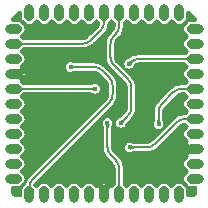
<source format=gbr>
%TF.GenerationSoftware,KiCad,Pcbnew,8.0.6*%
%TF.CreationDate,2024-11-06T22:11:36-05:00*%
%TF.ProjectId,CPLD Replacement,43504c44-2052-4657-906c-6163656d656e,rev?*%
%TF.SameCoordinates,Original*%
%TF.FileFunction,Copper,L2,Bot*%
%TF.FilePolarity,Positive*%
%FSLAX46Y46*%
G04 Gerber Fmt 4.6, Leading zero omitted, Abs format (unit mm)*
G04 Created by KiCad (PCBNEW 8.0.6) date 2024-11-06 22:11:36*
%MOMM*%
%LPD*%
G01*
G04 APERTURE LIST*
G04 Aperture macros list*
%AMFreePoly0*
4,1,19,0.358779,0.830902,0.395106,0.780902,0.400000,0.750000,0.400000,0.060000,0.380902,0.001221,0.365493,-0.015569,0.065493,-0.275569,0.008567,-0.299632,-0.051632,-0.285640,-0.065493,-0.275569,-0.365493,-0.015569,-0.397403,0.037359,-0.400000,0.060000,-0.400000,0.750000,-0.380902,0.808779,-0.330902,0.845106,-0.300000,0.850000,0.300000,0.850000,0.358779,0.830902,0.358779,0.830902,
$1*%
G04 Aperture macros list end*
%TA.AperFunction,ComponentPad*%
%ADD10C,0.800000*%
%TD*%
%TA.AperFunction,ComponentPad*%
%ADD11FreePoly0,0.000000*%
%TD*%
%TA.AperFunction,ComponentPad*%
%ADD12FreePoly0,90.000000*%
%TD*%
%TA.AperFunction,ComponentPad*%
%ADD13FreePoly0,180.000000*%
%TD*%
%TA.AperFunction,ComponentPad*%
%ADD14FreePoly0,270.000000*%
%TD*%
%TA.AperFunction,ViaPad*%
%ADD15C,0.600000*%
%TD*%
%TA.AperFunction,ViaPad*%
%ADD16C,0.400000*%
%TD*%
%TA.AperFunction,Conductor*%
%ADD17C,0.200000*%
%TD*%
G04 APERTURE END LIST*
D10*
%TO.P,E1,1,FBI_193*%
%TO.N,/Monitor_Detection*%
X146500000Y-87530000D03*
D11*
X146500000Y-88280000D03*
D10*
%TO.P,E1,2,FBI_199*%
%TO.N,unconnected-(E1-FBI_199-Pad2)*%
X145230000Y-87530000D03*
D11*
%TO.N,unconnected-(E1-FBI_199-Pad2)_1*%
X145230000Y-88280000D03*
D10*
%TO.P,E1,3,J23A_3*%
%TO.N,unconnected-(E1-J23A_3-Pad3)*%
X143960000Y-87530000D03*
D11*
%TO.N,unconnected-(E1-J23A_3-Pad3)_1*%
X143960000Y-88280000D03*
D10*
%TO.P,E1,4,J23A_5*%
%TO.N,unconnected-(E1-J23A_5-Pad4)_1*%
X142690000Y-87530000D03*
D11*
%TO.N,unconnected-(E1-J23A_5-Pad4)*%
X142690000Y-88280000D03*
D10*
%TO.P,E1,5,To_Pin_22*%
%TO.N,unconnected-(E1-To_Pin_22-Pad5)*%
X141420000Y-87530000D03*
D11*
%TO.N,unconnected-(E1-To_Pin_22-Pad5)_1*%
X141420000Y-88280000D03*
D10*
%TO.P,E1,6,To_Pin_19*%
%TO.N,unconnected-(E1-To_Pin_19-Pad6)*%
X140150000Y-87530000D03*
D11*
%TO.N,unconnected-(E1-To_Pin_19-Pad6)_1*%
X140150000Y-88280000D03*
D10*
%TO.P,E1,7,VGA_Out_4*%
%TO.N,unconnected-(E1-VGA_Out_4-Pad7)_1*%
X138500000Y-89180000D03*
D12*
%TO.N,unconnected-(E1-VGA_Out_4-Pad7)*%
X139250000Y-89180000D03*
D10*
%TO.P,E1,8,DAC_68_Sense#*%
%TO.N,/Monitor_Detection*%
X138500000Y-90450000D03*
D12*
X139250000Y-90450000D03*
D10*
%TO.P,E1,9,U68_2*%
%TO.N,unconnected-(E1-U68_2-Pad9)_1*%
X138500000Y-91720000D03*
D12*
%TO.N,unconnected-(E1-U68_2-Pad9)*%
X139250000Y-91720000D03*
D10*
%TO.P,E1,10,GND*%
%TO.N,GND*%
X138500000Y-92990000D03*
D12*
X139250000Y-92990000D03*
D10*
%TO.P,E1,11,VGA_Out_VSync*%
%TO.N,/VGA_OUT_VSync*%
X138500000Y-94260000D03*
D12*
X139250000Y-94260000D03*
D10*
%TO.P,E1,12,U23_35*%
%TO.N,unconnected-(E1-U23_35-Pad12)*%
X138500000Y-95530000D03*
D12*
%TO.N,unconnected-(E1-U23_35-Pad12)_1*%
X139250000Y-95530000D03*
D10*
%TO.P,E1,13,FBI_193+47R*%
%TO.N,unconnected-(E1-FBI_193+47R-Pad13)_1*%
X138500000Y-96800000D03*
D12*
%TO.N,unconnected-(E1-FBI_193+47R-Pad13)*%
X139250000Y-96800000D03*
D10*
%TO.P,E1,14,U67_3*%
%TO.N,unconnected-(E1-U67_3-Pad14)_1*%
X138500000Y-98070000D03*
D12*
%TO.N,unconnected-(E1-U67_3-Pad14)*%
X139250000Y-98070000D03*
D10*
%TO.P,E1,15,JTAG_TDI*%
%TO.N,unconnected-(E1-JTAG_TDI-Pad15)_1*%
X138500000Y-99340000D03*
D12*
%TO.N,unconnected-(E1-JTAG_TDI-Pad15)*%
X139250000Y-99340000D03*
D10*
%TO.P,E1,16,JTAG_TMS*%
%TO.N,unconnected-(E1-JTAG_TMS-Pad16)_1*%
X138500000Y-100610000D03*
D12*
%TO.N,unconnected-(E1-JTAG_TMS-Pad16)*%
X139250000Y-100610000D03*
D10*
%TO.P,E1,17,JTAG_TCK*%
%TO.N,unconnected-(E1-JTAG_TCK-Pad17)*%
X138500000Y-101880000D03*
D12*
%TO.N,unconnected-(E1-JTAG_TCK-Pad17)_1*%
X139250000Y-101880000D03*
D13*
%TO.P,E1,18,FBI_189_VD_VSync*%
%TO.N,/VD_VSync*%
X140150000Y-102780000D03*
D10*
X140150000Y-103530000D03*
D13*
%TO.P,E1,19,To_Pin_6*%
%TO.N,unconnected-(E1-To_Pin_6-Pad19)*%
X141420000Y-102780000D03*
D10*
%TO.N,unconnected-(E1-To_Pin_6-Pad19)_1*%
X141420000Y-103530000D03*
D13*
%TO.P,E1,20,VideoSW_Voodoo*%
%TO.N,/VideoSW_Voodoo*%
X142690000Y-102780000D03*
D10*
X142690000Y-103530000D03*
D13*
%TO.P,E1,21,5V*%
%TO.N,unconnected-(E1-5V-Pad21)_1*%
X143960000Y-102780000D03*
D10*
%TO.N,unconnected-(E1-5V-Pad21)*%
X143960000Y-103530000D03*
D13*
%TO.P,E1,22,To_Pin_5*%
%TO.N,unconnected-(E1-To_Pin_5-Pad22)_1*%
X145230000Y-102780000D03*
D10*
%TO.N,unconnected-(E1-To_Pin_5-Pad22)*%
X145230000Y-103530000D03*
D13*
%TO.P,E1,23,GND*%
%TO.N,GND*%
X146500000Y-102780000D03*
D10*
X146500000Y-103530000D03*
D13*
%TO.P,E1,24,VGA_Out_HSync*%
%TO.N,/VGA_OUT_HSync*%
X147770000Y-102780000D03*
D10*
X147770000Y-103530000D03*
D13*
%TO.P,E1,25,U23_34*%
%TO.N,unconnected-(E1-U23_34-Pad25)_1*%
X149040000Y-102780000D03*
D10*
%TO.N,unconnected-(E1-U23_34-Pad25)*%
X149040000Y-103530000D03*
D13*
%TO.P,E1,26,U65_13*%
%TO.N,unconnected-(E1-U65_13-Pad26)_1*%
X150310000Y-102780000D03*
D10*
%TO.N,unconnected-(E1-U65_13-Pad26)*%
X150310000Y-103530000D03*
D13*
%TO.P,E1,27,?*%
%TO.N,unconnected-(E1-?-Pad27)*%
X151580000Y-102780000D03*
D10*
%TO.N,unconnected-(E1-?-Pad27)_1*%
X151580000Y-103530000D03*
D13*
%TO.P,E1,28,FBI_188_VD_HSync*%
%TO.N,/VD_HSync*%
X152850000Y-102780000D03*
D10*
X152850000Y-103530000D03*
D14*
%TO.P,E1,29,U65_10*%
%TO.N,unconnected-(E1-U65_10-Pad29)_1*%
X153750000Y-101880000D03*
D10*
%TO.N,unconnected-(E1-U65_10-Pad29)*%
X154500000Y-101880000D03*
D14*
%TO.P,E1,30,JTAG_TDO*%
%TO.N,unconnected-(E1-JTAG_TDO-Pad30)*%
X153750000Y-100610000D03*
D10*
%TO.N,unconnected-(E1-JTAG_TDO-Pad30)_1*%
X154500000Y-100610000D03*
D14*
%TO.P,E1,31,GND*%
%TO.N,GND*%
X153750000Y-99340000D03*
D10*
X154500000Y-99340000D03*
D14*
%TO.P,E1,32,5V*%
%TO.N,unconnected-(E1-5V-Pad32)*%
X153750000Y-98070000D03*
D10*
%TO.N,unconnected-(E1-5V-Pad32)_1*%
X154500000Y-98070000D03*
D14*
%TO.P,E1,33,VideoSW_Passthru*%
%TO.N,/VideoSW_Passthru*%
X153750000Y-96800000D03*
D10*
X154500000Y-96800000D03*
D14*
%TO.P,E1,34,To_Pin_39*%
%TO.N,unconnected-(E1-To_Pin_39-Pad34)_1*%
X153750000Y-95530000D03*
D10*
%TO.N,unconnected-(E1-To_Pin_39-Pad34)*%
X154500000Y-95530000D03*
D14*
%TO.P,E1,35,VGA_IN_HSync*%
%TO.N,/VGA_IN_HSync*%
X153750000Y-94260000D03*
D10*
X154500000Y-94260000D03*
D14*
%TO.P,E1,36,FBI_197_&_Both_TMU_208*%
%TO.N,unconnected-(E1-FBI_197_&_Both_TMU_208-Pad36)_1*%
X153750000Y-92990000D03*
D10*
%TO.N,unconnected-(E1-FBI_197_&_Both_TMU_208-Pad36)*%
X154500000Y-92990000D03*
D14*
%TO.P,E1,37,VGA_IN_VSync*%
%TO.N,/VGA_IN_VSync*%
X153750000Y-91720000D03*
D10*
X154500000Y-91720000D03*
D14*
%TO.P,E1,38,U23_15*%
%TO.N,unconnected-(E1-U23_15-Pad38)_1*%
X153750000Y-90450000D03*
D10*
%TO.N,unconnected-(E1-U23_15-Pad38)*%
X154500000Y-90450000D03*
D14*
%TO.P,E1,39,To_Pin_34*%
%TO.N,unconnected-(E1-To_Pin_34-Pad39)_1*%
X153750000Y-89180000D03*
D10*
%TO.N,unconnected-(E1-To_Pin_34-Pad39)*%
X154500000Y-89180000D03*
%TO.P,E1,40,NC*%
%TO.N,unconnected-(E1-NC-Pad40)_1*%
X152850000Y-87530000D03*
D11*
%TO.N,unconnected-(E1-NC-Pad40)*%
X152850000Y-88280000D03*
D10*
%TO.P,E1,41,5V*%
%TO.N,+5V*%
X151580000Y-87530000D03*
D11*
X151580000Y-88280000D03*
D10*
%TO.P,E1,42,NC*%
%TO.N,unconnected-(E1-NC-Pad42)_1*%
X150310000Y-87530000D03*
D11*
%TO.N,unconnected-(E1-NC-Pad42)*%
X150310000Y-88280000D03*
D10*
%TO.P,E1,43,U67_2*%
%TO.N,unconnected-(E1-U67_2-Pad43)*%
X149040000Y-87530000D03*
D11*
%TO.N,unconnected-(E1-U67_2-Pad43)_1*%
X149040000Y-88280000D03*
D10*
%TO.P,E1,44,FBI_228_VGAPASS*%
%TO.N,/VGA_PASS*%
X147770000Y-87530000D03*
D11*
X147770000Y-88280000D03*
%TD*%
D15*
%TO.N,GND*%
X141440000Y-89300000D03*
X151580000Y-101540000D03*
X147750000Y-96140000D03*
X149680000Y-89310000D03*
X146490000Y-94790000D03*
X140810000Y-98070000D03*
X152660000Y-89270000D03*
X146500000Y-101530000D03*
X151740000Y-92990000D03*
D16*
%TO.N,/VGA_IN_VSync*%
X148610000Y-92140000D03*
%TO.N,/VD_VSync*%
X143680000Y-92410000D03*
%TO.N,/VGA_PASS*%
X147910000Y-97140000D03*
%TO.N,/VGA_OUT_HSync*%
X146780000Y-97150000D03*
%TO.N,/VGA_IN_HSync*%
X151110000Y-97260000D03*
%TO.N,/VideoSW_Passthru*%
X148650000Y-99220000D03*
%TO.N,/VGA_OUT_VSync*%
X145730000Y-94260000D03*
%TD*%
D17*
%TO.N,/VideoSW_Passthru*%
X152637107Y-97092893D02*
G75*
G02*
X153344214Y-96800010I707093J-707107D01*
G01*
X150802893Y-98927107D02*
G75*
G02*
X150095786Y-99219990I-707093J707107D01*
G01*
X148650000Y-99220000D02*
X150095786Y-99220000D01*
X150802893Y-98927107D02*
X152637107Y-97092893D01*
X153344214Y-96800000D02*
X153750000Y-96800000D01*
%TO.N,/VD_VSync*%
X140150000Y-102624214D02*
G75*
G02*
X140442886Y-101917100I1000000J14D01*
G01*
X147220000Y-94725786D02*
G75*
G02*
X146927114Y-95432900I-1000000J-14D01*
G01*
X146927107Y-93287107D02*
G75*
G02*
X147219990Y-93994214I-707107J-707093D01*
G01*
X145635786Y-92410000D02*
G75*
G02*
X146342900Y-92702886I14J-1000000D01*
G01*
X143680000Y-92410000D02*
X145635786Y-92410000D01*
X146342893Y-92702893D02*
X146927107Y-93287107D01*
X147220000Y-93994214D02*
X147220000Y-94725786D01*
X140150000Y-102624214D02*
X140150000Y-102780000D01*
X146927107Y-95432893D02*
X140442893Y-101917107D01*
%TO.N,/VGA_IN_VSync*%
X148610000Y-92140000D02*
X148737107Y-92012893D01*
X149444214Y-91720000D02*
X153750000Y-91720000D01*
X149444214Y-91720000D02*
G75*
G03*
X148737100Y-92012886I-14J-1000000D01*
G01*
%TO.N,/Monitor_Detection*%
X146500000Y-88585786D02*
X146500000Y-88280000D01*
X145342893Y-90157107D02*
X146207107Y-89292893D01*
X139250000Y-90450000D02*
X144635786Y-90450000D01*
X145342893Y-90157107D02*
G75*
G02*
X144635786Y-90449990I-707093J707107D01*
G01*
X146207107Y-89292893D02*
G75*
G03*
X146499990Y-88585786I-707107J707093D01*
G01*
%TO.N,/VGA_PASS*%
X147910000Y-97140000D02*
X148517107Y-96532893D01*
X147770000Y-88905786D02*
X147770000Y-88280000D01*
X148517107Y-93467107D02*
X147322893Y-92272893D01*
X147322893Y-89767107D02*
X147477107Y-89612893D01*
X148810000Y-95825786D02*
X148810000Y-94174214D01*
X147030000Y-91565786D02*
X147030000Y-90474214D01*
X147322893Y-92272893D02*
G75*
G02*
X147030010Y-91565786I707107J707093D01*
G01*
X148517107Y-93467107D02*
G75*
G02*
X148809990Y-94174214I-707107J-707093D01*
G01*
X148517107Y-96532893D02*
G75*
G03*
X148809990Y-95825786I-707107J707093D01*
G01*
X147477107Y-89612893D02*
G75*
G03*
X147769990Y-88905786I-707107J707093D01*
G01*
X147322893Y-89767107D02*
G75*
G03*
X147030010Y-90474214I707107J-707093D01*
G01*
%TO.N,/VGA_OUT_HSync*%
X147770000Y-101004214D02*
X147770000Y-102780000D01*
X147072893Y-99892893D02*
X147477107Y-100297107D01*
X146780000Y-97150000D02*
X146780000Y-99185786D01*
X147770000Y-101004214D02*
G75*
G03*
X147477114Y-100297100I-1000000J14D01*
G01*
X146780000Y-99185786D02*
G75*
G03*
X147072886Y-99892900I1000000J-14D01*
G01*
%TO.N,/VGA_IN_HSync*%
X151110000Y-97260000D02*
X151110000Y-96214214D01*
X151402893Y-95507107D02*
X152357107Y-94552893D01*
X153064214Y-94260000D02*
X153750000Y-94260000D01*
X151402893Y-95507107D02*
G75*
G03*
X151110010Y-96214214I707107J-707093D01*
G01*
X153064214Y-94260000D02*
G75*
G03*
X152357100Y-94552886I-14J-1000000D01*
G01*
%TO.N,/VGA_OUT_VSync*%
X145730000Y-94260000D02*
X139250000Y-94260000D01*
%TD*%
%TA.AperFunction,Conductor*%
%TO.N,GND*%
G36*
X153762756Y-87674677D02*
G01*
X153783398Y-87691311D01*
X154338680Y-88246593D01*
X154372165Y-88307916D01*
X154374999Y-88334274D01*
X154374999Y-88445500D01*
X154355314Y-88512539D01*
X154302510Y-88558294D01*
X154250999Y-88569500D01*
X153809988Y-88569500D01*
X153786575Y-88570839D01*
X153762810Y-88573565D01*
X153762803Y-88573566D01*
X153680120Y-88601738D01*
X153624559Y-88635235D01*
X153624546Y-88635244D01*
X153575363Y-88676639D01*
X153575351Y-88676651D01*
X153315373Y-88976626D01*
X153304400Y-88990442D01*
X153293826Y-89004995D01*
X153259914Y-89079258D01*
X153245220Y-89142475D01*
X153245220Y-89142477D01*
X153240130Y-89178954D01*
X153240131Y-89178959D01*
X153256102Y-89269006D01*
X153281368Y-89328777D01*
X153281373Y-89328787D01*
X153299790Y-89358358D01*
X153315359Y-89383356D01*
X153315361Y-89383359D01*
X153315365Y-89383364D01*
X153575333Y-89683327D01*
X153575383Y-89683382D01*
X153591681Y-89700149D01*
X153591690Y-89700158D01*
X153591707Y-89700175D01*
X153609337Y-89716354D01*
X153609339Y-89716355D01*
X153609340Y-89716356D01*
X153610447Y-89717173D01*
X153610948Y-89717832D01*
X153614236Y-89720850D01*
X153613691Y-89721442D01*
X153652722Y-89772801D01*
X153658211Y-89842455D01*
X153625171Y-89904019D01*
X153616707Y-89911842D01*
X153608999Y-89918330D01*
X153575358Y-89946644D01*
X153575351Y-89946651D01*
X153315373Y-90246626D01*
X153304400Y-90260442D01*
X153293826Y-90274995D01*
X153259914Y-90349258D01*
X153245220Y-90412475D01*
X153245220Y-90412477D01*
X153240130Y-90448954D01*
X153240131Y-90448959D01*
X153256102Y-90539006D01*
X153281368Y-90598777D01*
X153281373Y-90598787D01*
X153315358Y-90653354D01*
X153315365Y-90653364D01*
X153575333Y-90953327D01*
X153575383Y-90953382D01*
X153591681Y-90970149D01*
X153591690Y-90970158D01*
X153591707Y-90970175D01*
X153609337Y-90986354D01*
X153609339Y-90986355D01*
X153609340Y-90986356D01*
X153610447Y-90987173D01*
X153610948Y-90987832D01*
X153614236Y-90990850D01*
X153613691Y-90991442D01*
X153652722Y-91042801D01*
X153658211Y-91112455D01*
X153625171Y-91174019D01*
X153616707Y-91181842D01*
X153608999Y-91188330D01*
X153575358Y-91216644D01*
X153575351Y-91216651D01*
X153436633Y-91376711D01*
X153377852Y-91414480D01*
X153342928Y-91419500D01*
X149397122Y-91419500D01*
X149396975Y-91419509D01*
X149341867Y-91419509D01*
X149139682Y-91451529D01*
X148945005Y-91514780D01*
X148762604Y-91607715D01*
X148749048Y-91617563D01*
X148733160Y-91627367D01*
X148732260Y-91627832D01*
X148674492Y-91665309D01*
X148668965Y-91668692D01*
X148633032Y-91689418D01*
X148624287Y-91694009D01*
X148594595Y-91708113D01*
X148588545Y-91710791D01*
X148579207Y-91714630D01*
X148579062Y-91714690D01*
X148578500Y-91714922D01*
X148578490Y-91714926D01*
X148563612Y-91721043D01*
X148538732Y-91731272D01*
X148538251Y-91731468D01*
X148466961Y-91760429D01*
X148453042Y-91769611D01*
X148441059Y-91776587D01*
X148371655Y-91811951D01*
X148281954Y-91901652D01*
X148281951Y-91901657D01*
X148281950Y-91901658D01*
X148270894Y-91923356D01*
X148224352Y-92014698D01*
X148224352Y-92014699D01*
X148204508Y-92139996D01*
X148204508Y-92140003D01*
X148224352Y-92265300D01*
X148224352Y-92265301D01*
X148242231Y-92300389D01*
X148281950Y-92378342D01*
X148281952Y-92378344D01*
X148281954Y-92378347D01*
X148371652Y-92468045D01*
X148371654Y-92468046D01*
X148371658Y-92468050D01*
X148484696Y-92525646D01*
X148484697Y-92525646D01*
X148484699Y-92525647D01*
X148609997Y-92545492D01*
X148610000Y-92545492D01*
X148610003Y-92545492D01*
X148735300Y-92525647D01*
X148735301Y-92525647D01*
X148735302Y-92525646D01*
X148735304Y-92525646D01*
X148848342Y-92468050D01*
X148938050Y-92378342D01*
X148976666Y-92302551D01*
X148982252Y-92292727D01*
X148990921Y-92278985D01*
X149014652Y-92217138D01*
X149021978Y-92198046D01*
X149063391Y-92143235D01*
X149067713Y-92139996D01*
X149079258Y-92131345D01*
X149079269Y-92131332D01*
X149083179Y-92127802D01*
X149107847Y-92110459D01*
X149165755Y-92079507D01*
X149188209Y-92070207D01*
X149296059Y-92037493D01*
X149319894Y-92032752D01*
X149438252Y-92021096D01*
X149450398Y-92020500D01*
X149491804Y-92020501D01*
X149491807Y-92020500D01*
X153342928Y-92020500D01*
X153409967Y-92040185D01*
X153436633Y-92063288D01*
X153575359Y-92223356D01*
X153575367Y-92223364D01*
X153575383Y-92223382D01*
X153591681Y-92240149D01*
X153591690Y-92240158D01*
X153591707Y-92240175D01*
X153609337Y-92256354D01*
X153609339Y-92256355D01*
X153609340Y-92256356D01*
X153610447Y-92257173D01*
X153610948Y-92257832D01*
X153614236Y-92260850D01*
X153613691Y-92261442D01*
X153652722Y-92312801D01*
X153658211Y-92382455D01*
X153625171Y-92444019D01*
X153616707Y-92451842D01*
X153610105Y-92457400D01*
X153575358Y-92486644D01*
X153575351Y-92486651D01*
X153315373Y-92786626D01*
X153304400Y-92800442D01*
X153293826Y-92814995D01*
X153259914Y-92889258D01*
X153245220Y-92952475D01*
X153245220Y-92952477D01*
X153240130Y-92988954D01*
X153240131Y-92988959D01*
X153256102Y-93079006D01*
X153281368Y-93138777D01*
X153281373Y-93138787D01*
X153299790Y-93168358D01*
X153315359Y-93193356D01*
X153315361Y-93193359D01*
X153315365Y-93193364D01*
X153575333Y-93493327D01*
X153575383Y-93493382D01*
X153591681Y-93510149D01*
X153591690Y-93510158D01*
X153591707Y-93510175D01*
X153609337Y-93526354D01*
X153609339Y-93526355D01*
X153609340Y-93526356D01*
X153610447Y-93527173D01*
X153610948Y-93527832D01*
X153614236Y-93530850D01*
X153613691Y-93531442D01*
X153652722Y-93582801D01*
X153658211Y-93652455D01*
X153625171Y-93714019D01*
X153616707Y-93721842D01*
X153611146Y-93726524D01*
X153575358Y-93756644D01*
X153575351Y-93756651D01*
X153436633Y-93916711D01*
X153377852Y-93954480D01*
X153342928Y-93959500D01*
X153017122Y-93959500D01*
X153016975Y-93959509D01*
X152961867Y-93959509D01*
X152759682Y-93991529D01*
X152565005Y-94054780D01*
X152382606Y-94147714D01*
X152382599Y-94147718D01*
X152217000Y-94268031D01*
X152216994Y-94268035D01*
X152176935Y-94308094D01*
X152176913Y-94308114D01*
X152144625Y-94340403D01*
X152144624Y-94340405D01*
X152110968Y-94374060D01*
X152110967Y-94374061D01*
X151228716Y-95256311D01*
X151228689Y-95256325D01*
X151118028Y-95366988D01*
X151026857Y-95492477D01*
X150999596Y-95530000D01*
X150997703Y-95532605D01*
X150904771Y-95715001D01*
X150841519Y-95909680D01*
X150809499Y-96111866D01*
X150809500Y-96174652D01*
X150809500Y-96827869D01*
X150806274Y-96855969D01*
X150804242Y-96864698D01*
X150802547Y-96917288D01*
X150801253Y-96931591D01*
X150799297Y-96944700D01*
X150794713Y-96964324D01*
X150792023Y-96972698D01*
X150787719Y-96984131D01*
X150770120Y-97024692D01*
X150770109Y-97024715D01*
X150755853Y-97057550D01*
X150755854Y-97057551D01*
X150741376Y-97090904D01*
X150741051Y-97092452D01*
X150730188Y-97123246D01*
X150724354Y-97134696D01*
X150724352Y-97134700D01*
X150704508Y-97259997D01*
X150704508Y-97260003D01*
X150724352Y-97385300D01*
X150724352Y-97385301D01*
X150724354Y-97385304D01*
X150781950Y-97498342D01*
X150781952Y-97498344D01*
X150781954Y-97498347D01*
X150871652Y-97588045D01*
X150871654Y-97588046D01*
X150871658Y-97588050D01*
X150984696Y-97645646D01*
X150984697Y-97645646D01*
X150984699Y-97645647D01*
X151109997Y-97665492D01*
X151110000Y-97665492D01*
X151110003Y-97665492D01*
X151235300Y-97645647D01*
X151235301Y-97645647D01*
X151235302Y-97645646D01*
X151235304Y-97645646D01*
X151348342Y-97588050D01*
X151438050Y-97498342D01*
X151495646Y-97385304D01*
X151495646Y-97385302D01*
X151495647Y-97385301D01*
X151495647Y-97385300D01*
X151515492Y-97260003D01*
X151515492Y-97259996D01*
X151495647Y-97134699D01*
X151495646Y-97134697D01*
X151495646Y-97134696D01*
X151489780Y-97123185D01*
X151479072Y-97093123D01*
X151478592Y-97090904D01*
X151478561Y-97090762D01*
X151451250Y-97027854D01*
X151449880Y-97024698D01*
X151432278Y-96984131D01*
X151427976Y-96972706D01*
X151427973Y-96972698D01*
X151425283Y-96964324D01*
X151420699Y-96944700D01*
X151418742Y-96931586D01*
X151417451Y-96917289D01*
X151417347Y-96914061D01*
X151415759Y-96864710D01*
X151413501Y-96854637D01*
X151410500Y-96827523D01*
X151410500Y-96261807D01*
X151410501Y-96261804D01*
X151410500Y-96220297D01*
X151411097Y-96208146D01*
X151411191Y-96207194D01*
X151422742Y-96089888D01*
X151427480Y-96066066D01*
X151460200Y-95958199D01*
X151469495Y-95935758D01*
X151522632Y-95836344D01*
X151536122Y-95816153D01*
X151611465Y-95724345D01*
X151619610Y-95715359D01*
X152565285Y-94769685D01*
X152574279Y-94761533D01*
X152666159Y-94686130D01*
X152686350Y-94672640D01*
X152785758Y-94619505D01*
X152808209Y-94610207D01*
X152916059Y-94577493D01*
X152939894Y-94572752D01*
X153058252Y-94561096D01*
X153070398Y-94560500D01*
X153111804Y-94560501D01*
X153111807Y-94560500D01*
X153342928Y-94560500D01*
X153409967Y-94580185D01*
X153436633Y-94603288D01*
X153575359Y-94763356D01*
X153575367Y-94763364D01*
X153575383Y-94763382D01*
X153591681Y-94780149D01*
X153591690Y-94780158D01*
X153591707Y-94780175D01*
X153609337Y-94796354D01*
X153609339Y-94796355D01*
X153609340Y-94796356D01*
X153610447Y-94797173D01*
X153610948Y-94797832D01*
X153614236Y-94800850D01*
X153613691Y-94801442D01*
X153652722Y-94852801D01*
X153658211Y-94922455D01*
X153625171Y-94984019D01*
X153616707Y-94991842D01*
X153608999Y-94998330D01*
X153575358Y-95026644D01*
X153575351Y-95026651D01*
X153315373Y-95326626D01*
X153304400Y-95340442D01*
X153293826Y-95354995D01*
X153259914Y-95429258D01*
X153245220Y-95492475D01*
X153245220Y-95492477D01*
X153240130Y-95528954D01*
X153240131Y-95528959D01*
X153256102Y-95619006D01*
X153281368Y-95678777D01*
X153281373Y-95678787D01*
X153299790Y-95708358D01*
X153315359Y-95733356D01*
X153315361Y-95733359D01*
X153315365Y-95733364D01*
X153575333Y-96033327D01*
X153575383Y-96033382D01*
X153591681Y-96050149D01*
X153591690Y-96050158D01*
X153591707Y-96050175D01*
X153609337Y-96066354D01*
X153609339Y-96066355D01*
X153609340Y-96066356D01*
X153610447Y-96067173D01*
X153610948Y-96067832D01*
X153614236Y-96070850D01*
X153613691Y-96071442D01*
X153652722Y-96122801D01*
X153658211Y-96192455D01*
X153625171Y-96254019D01*
X153616707Y-96261842D01*
X153608999Y-96268330D01*
X153575358Y-96296644D01*
X153575351Y-96296651D01*
X153436633Y-96456711D01*
X153377852Y-96494480D01*
X153342928Y-96499500D01*
X153297122Y-96499500D01*
X153296975Y-96499509D01*
X153241867Y-96499509D01*
X153039682Y-96531529D01*
X152845005Y-96594780D01*
X152662606Y-96687714D01*
X152662599Y-96687718D01*
X152497000Y-96808031D01*
X152496994Y-96808035D01*
X152456935Y-96848094D01*
X152456913Y-96848114D01*
X152424625Y-96880403D01*
X152424624Y-96880405D01*
X152390969Y-96914059D01*
X152390967Y-96914061D01*
X150624064Y-98680965D01*
X150594723Y-98710306D01*
X150585707Y-98718477D01*
X150493850Y-98793861D01*
X150473638Y-98807366D01*
X150374245Y-98860491D01*
X150351786Y-98869793D01*
X150243942Y-98902505D01*
X150220102Y-98907247D01*
X150101753Y-98918902D01*
X150089600Y-98919499D01*
X150038208Y-98919499D01*
X150038196Y-98919500D01*
X149082129Y-98919500D01*
X149054029Y-98916274D01*
X149045300Y-98914243D01*
X149045297Y-98914242D01*
X148992701Y-98912546D01*
X148978411Y-98911254D01*
X148966674Y-98909503D01*
X148965306Y-98909299D01*
X148945660Y-98904710D01*
X148938797Y-98902505D01*
X148937288Y-98902020D01*
X148925868Y-98897719D01*
X148881058Y-98878275D01*
X148881040Y-98878267D01*
X148819264Y-98851449D01*
X148819263Y-98851448D01*
X148819004Y-98851336D01*
X148818742Y-98851223D01*
X148818740Y-98851222D01*
X148818737Y-98851221D01*
X148817395Y-98850940D01*
X148813318Y-98849504D01*
X148812778Y-98849333D01*
X148812783Y-98849315D01*
X148786489Y-98840053D01*
X148779745Y-98836617D01*
X148775304Y-98834354D01*
X148775303Y-98834353D01*
X148775302Y-98834353D01*
X148650002Y-98814508D01*
X148649997Y-98814508D01*
X148524699Y-98834352D01*
X148524698Y-98834352D01*
X148455143Y-98869793D01*
X148411658Y-98891950D01*
X148411657Y-98891951D01*
X148411652Y-98891954D01*
X148321954Y-98981652D01*
X148321951Y-98981657D01*
X148264352Y-99094698D01*
X148264352Y-99094699D01*
X148244508Y-99219996D01*
X148244508Y-99220003D01*
X148264352Y-99345300D01*
X148264352Y-99345301D01*
X148282805Y-99381517D01*
X148321950Y-99458342D01*
X148321952Y-99458344D01*
X148321954Y-99458347D01*
X148411652Y-99548045D01*
X148411654Y-99548046D01*
X148411658Y-99548050D01*
X148524696Y-99605646D01*
X148524697Y-99605646D01*
X148524699Y-99605647D01*
X148649997Y-99625492D01*
X148650000Y-99625492D01*
X148650003Y-99625492D01*
X148775301Y-99605647D01*
X148775302Y-99605646D01*
X148775304Y-99605646D01*
X148786810Y-99599782D01*
X148816872Y-99589072D01*
X148819237Y-99588561D01*
X148880597Y-99561921D01*
X148885240Y-99559906D01*
X148885241Y-99559907D01*
X148925874Y-99542274D01*
X148937282Y-99537979D01*
X148945687Y-99535278D01*
X148965302Y-99530697D01*
X148978411Y-99528742D01*
X148992697Y-99527450D01*
X149045293Y-99525757D01*
X149055349Y-99523502D01*
X149082471Y-99520500D01*
X150143920Y-99520500D01*
X150144059Y-99520490D01*
X150198133Y-99520491D01*
X150400316Y-99488471D01*
X150581428Y-99429626D01*
X150594994Y-99425219D01*
X150594994Y-99425218D01*
X150595000Y-99425217D01*
X150764249Y-99338983D01*
X153240631Y-99338983D01*
X153256562Y-99428809D01*
X153271737Y-99464708D01*
X153396447Y-99339999D01*
X153376557Y-99320109D01*
X153650000Y-99320109D01*
X153650000Y-99359891D01*
X153665224Y-99396645D01*
X153693355Y-99424776D01*
X153730109Y-99440000D01*
X153769891Y-99440000D01*
X153806645Y-99424776D01*
X153834776Y-99396645D01*
X153850000Y-99359891D01*
X153850000Y-99320109D01*
X153834776Y-99283355D01*
X153806645Y-99255224D01*
X153769891Y-99240000D01*
X153730109Y-99240000D01*
X153693355Y-99255224D01*
X153665224Y-99283355D01*
X153650000Y-99320109D01*
X153376557Y-99320109D01*
X153271504Y-99215057D01*
X153260399Y-99239376D01*
X153245712Y-99302567D01*
X153245709Y-99302582D01*
X153240631Y-99338983D01*
X150764249Y-99338983D01*
X150777393Y-99332286D01*
X150943002Y-99211967D01*
X150975481Y-99179486D01*
X150975490Y-99179480D01*
X150987402Y-99167567D01*
X150987404Y-99167567D01*
X151015376Y-99139595D01*
X151049031Y-99105941D01*
X151049031Y-99105939D01*
X151059234Y-99095737D01*
X151059237Y-99095732D01*
X152845285Y-97309685D01*
X152854279Y-97301533D01*
X152946159Y-97226130D01*
X152966350Y-97212640D01*
X153065758Y-97159505D01*
X153088209Y-97150207D01*
X153196059Y-97117493D01*
X153219894Y-97112752D01*
X153331362Y-97101775D01*
X153400008Y-97114795D01*
X153437220Y-97143966D01*
X153510295Y-97228282D01*
X153575359Y-97303356D01*
X153575367Y-97303364D01*
X153575383Y-97303382D01*
X153591681Y-97320149D01*
X153591690Y-97320158D01*
X153591707Y-97320175D01*
X153609337Y-97336354D01*
X153609339Y-97336355D01*
X153609340Y-97336356D01*
X153610447Y-97337173D01*
X153610948Y-97337832D01*
X153614236Y-97340850D01*
X153613691Y-97341442D01*
X153652722Y-97392801D01*
X153658211Y-97462455D01*
X153625171Y-97524019D01*
X153616707Y-97531842D01*
X153608999Y-97538330D01*
X153575358Y-97566644D01*
X153575351Y-97566651D01*
X153315373Y-97866626D01*
X153304400Y-97880442D01*
X153293826Y-97894995D01*
X153259914Y-97969258D01*
X153245220Y-98032475D01*
X153245220Y-98032477D01*
X153240130Y-98068954D01*
X153240131Y-98068959D01*
X153256102Y-98159006D01*
X153281368Y-98218777D01*
X153281373Y-98218787D01*
X153299790Y-98248358D01*
X153315359Y-98273356D01*
X153315361Y-98273359D01*
X153315365Y-98273364D01*
X153575333Y-98573327D01*
X153575383Y-98573382D01*
X153591681Y-98590149D01*
X153591690Y-98590158D01*
X153591707Y-98590175D01*
X153609337Y-98606354D01*
X153609338Y-98606355D01*
X153609342Y-98606358D01*
X153610856Y-98607475D01*
X153611541Y-98608377D01*
X153614236Y-98610850D01*
X153613790Y-98611335D01*
X153653131Y-98663104D01*
X153658618Y-98732758D01*
X153625577Y-98794322D01*
X153617111Y-98802148D01*
X153589196Y-98825641D01*
X153589196Y-98825643D01*
X154015871Y-99252318D01*
X154049356Y-99313641D01*
X154044372Y-99383333D01*
X154015871Y-99427680D01*
X153587954Y-99855597D01*
X153587954Y-99855598D01*
X153592032Y-99859794D01*
X153609676Y-99875987D01*
X153610837Y-99876843D01*
X153611362Y-99877535D01*
X153614574Y-99880482D01*
X153614042Y-99881061D01*
X153653113Y-99932472D01*
X153658602Y-100002125D01*
X153625562Y-100063689D01*
X153617099Y-100071512D01*
X153610105Y-100077400D01*
X153575358Y-100106644D01*
X153575351Y-100106651D01*
X153315373Y-100406626D01*
X153304400Y-100420442D01*
X153293826Y-100434995D01*
X153259914Y-100509258D01*
X153245220Y-100572475D01*
X153245220Y-100572477D01*
X153240130Y-100608954D01*
X153240131Y-100608959D01*
X153256102Y-100699006D01*
X153281368Y-100758777D01*
X153281373Y-100758787D01*
X153299790Y-100788358D01*
X153315359Y-100813356D01*
X153315361Y-100813359D01*
X153315365Y-100813364D01*
X153575333Y-101113327D01*
X153575383Y-101113382D01*
X153591681Y-101130149D01*
X153591690Y-101130158D01*
X153591707Y-101130175D01*
X153609337Y-101146354D01*
X153609339Y-101146355D01*
X153609340Y-101146356D01*
X153610447Y-101147173D01*
X153610948Y-101147832D01*
X153614236Y-101150850D01*
X153613691Y-101151442D01*
X153652722Y-101202801D01*
X153658211Y-101272455D01*
X153625171Y-101334019D01*
X153616707Y-101341842D01*
X153608999Y-101348330D01*
X153575358Y-101376644D01*
X153575351Y-101376651D01*
X153315373Y-101676626D01*
X153304400Y-101690442D01*
X153293826Y-101704995D01*
X153259914Y-101779258D01*
X153245220Y-101842475D01*
X153245220Y-101842477D01*
X153240130Y-101878954D01*
X153240131Y-101878959D01*
X153256102Y-101969006D01*
X153281368Y-102028777D01*
X153281373Y-102028787D01*
X153299790Y-102058358D01*
X153315359Y-102083356D01*
X153315361Y-102083359D01*
X153315365Y-102083364D01*
X153575333Y-102383327D01*
X153575383Y-102383382D01*
X153591681Y-102400149D01*
X153591690Y-102400158D01*
X153591707Y-102400175D01*
X153609337Y-102416354D01*
X153684780Y-102460389D01*
X153731067Y-102475428D01*
X153746496Y-102480442D01*
X153778248Y-102485471D01*
X153810000Y-102490500D01*
X154250999Y-102490500D01*
X154318038Y-102510185D01*
X154363793Y-102562989D01*
X154374999Y-102614500D01*
X154374999Y-103006791D01*
X154373937Y-103022987D01*
X154363585Y-103101563D01*
X154355205Y-103132826D01*
X154327780Y-103199025D01*
X154311594Y-103227058D01*
X154267966Y-103283909D01*
X154245076Y-103306796D01*
X154188229Y-103350412D01*
X154160196Y-103366595D01*
X154093988Y-103394017D01*
X154062724Y-103402394D01*
X153999604Y-103410703D01*
X153983129Y-103412872D01*
X153966947Y-103413933D01*
X153928473Y-103413933D01*
X153918425Y-103414923D01*
X153584500Y-103414923D01*
X153517461Y-103395238D01*
X153471706Y-103342434D01*
X153460500Y-103290923D01*
X153460500Y-102840014D01*
X153460500Y-102840000D01*
X153459161Y-102816581D01*
X153456434Y-102792808D01*
X153456433Y-102792806D01*
X153456433Y-102792803D01*
X153441649Y-102749415D01*
X153428263Y-102710124D01*
X153419280Y-102695224D01*
X153394764Y-102654559D01*
X153394755Y-102654546D01*
X153353360Y-102605363D01*
X153353348Y-102605351D01*
X153053373Y-102345373D01*
X153053362Y-102345364D01*
X153053356Y-102345359D01*
X153039559Y-102334401D01*
X153025004Y-102323826D01*
X153015929Y-102319682D01*
X152950741Y-102289914D01*
X152887523Y-102275220D01*
X152851045Y-102270130D01*
X152851040Y-102270131D01*
X152760993Y-102286102D01*
X152701222Y-102311368D01*
X152701212Y-102311373D01*
X152646644Y-102345359D01*
X152646635Y-102345365D01*
X152346672Y-102605333D01*
X152346617Y-102605383D01*
X152329850Y-102621681D01*
X152329841Y-102621690D01*
X152313640Y-102639342D01*
X152312819Y-102640457D01*
X152312155Y-102640961D01*
X152309150Y-102644236D01*
X152308559Y-102643693D01*
X152257186Y-102682726D01*
X152187532Y-102688208D01*
X152125971Y-102655162D01*
X152118168Y-102646720D01*
X152083356Y-102605359D01*
X152083353Y-102605356D01*
X152083348Y-102605351D01*
X151783373Y-102345373D01*
X151783362Y-102345364D01*
X151783356Y-102345359D01*
X151769559Y-102334401D01*
X151755004Y-102323826D01*
X151745929Y-102319682D01*
X151680741Y-102289914D01*
X151617523Y-102275220D01*
X151581045Y-102270130D01*
X151581040Y-102270131D01*
X151490993Y-102286102D01*
X151431222Y-102311368D01*
X151431212Y-102311373D01*
X151376644Y-102345359D01*
X151376635Y-102345365D01*
X151076672Y-102605333D01*
X151076617Y-102605383D01*
X151059850Y-102621681D01*
X151059841Y-102621690D01*
X151043640Y-102639342D01*
X151042819Y-102640457D01*
X151042155Y-102640961D01*
X151039150Y-102644236D01*
X151038559Y-102643693D01*
X150987186Y-102682726D01*
X150917532Y-102688208D01*
X150855971Y-102655162D01*
X150848168Y-102646720D01*
X150813356Y-102605359D01*
X150813353Y-102605356D01*
X150813348Y-102605351D01*
X150513373Y-102345373D01*
X150513362Y-102345364D01*
X150513356Y-102345359D01*
X150499559Y-102334401D01*
X150485004Y-102323826D01*
X150475929Y-102319682D01*
X150410741Y-102289914D01*
X150347523Y-102275220D01*
X150311045Y-102270130D01*
X150311040Y-102270131D01*
X150220993Y-102286102D01*
X150161222Y-102311368D01*
X150161212Y-102311373D01*
X150106644Y-102345359D01*
X150106635Y-102345365D01*
X149806672Y-102605333D01*
X149806617Y-102605383D01*
X149789850Y-102621681D01*
X149789841Y-102621690D01*
X149773640Y-102639342D01*
X149772819Y-102640457D01*
X149772155Y-102640961D01*
X149769150Y-102644236D01*
X149768559Y-102643693D01*
X149717186Y-102682726D01*
X149647532Y-102688208D01*
X149585971Y-102655162D01*
X149578168Y-102646720D01*
X149543356Y-102605359D01*
X149543353Y-102605356D01*
X149543348Y-102605351D01*
X149243373Y-102345373D01*
X149243362Y-102345364D01*
X149243356Y-102345359D01*
X149229559Y-102334401D01*
X149215004Y-102323826D01*
X149205929Y-102319682D01*
X149140741Y-102289914D01*
X149077523Y-102275220D01*
X149041045Y-102270130D01*
X149041040Y-102270131D01*
X148950993Y-102286102D01*
X148891222Y-102311368D01*
X148891212Y-102311373D01*
X148836644Y-102345359D01*
X148836635Y-102345365D01*
X148536672Y-102605333D01*
X148536617Y-102605383D01*
X148519850Y-102621681D01*
X148519841Y-102621690D01*
X148503640Y-102639342D01*
X148502819Y-102640457D01*
X148502155Y-102640961D01*
X148499150Y-102644236D01*
X148498559Y-102643693D01*
X148447186Y-102682726D01*
X148377532Y-102688208D01*
X148315971Y-102655162D01*
X148308168Y-102646720D01*
X148273356Y-102605359D01*
X148273347Y-102605351D01*
X148113288Y-102466632D01*
X148075519Y-102407850D01*
X148070500Y-102372927D01*
X148070500Y-100956311D01*
X148070490Y-100956165D01*
X148070491Y-100901867D01*
X148038471Y-100699684D01*
X147997138Y-100572469D01*
X147975219Y-100505005D01*
X147975217Y-100505002D01*
X147975217Y-100505000D01*
X147882286Y-100322607D01*
X147882283Y-100322604D01*
X147882281Y-100322599D01*
X147761965Y-100156995D01*
X147761963Y-100156993D01*
X147727779Y-100122810D01*
X147727773Y-100122802D01*
X147689596Y-100084625D01*
X147689594Y-100084622D01*
X147651623Y-100046650D01*
X147651600Y-100046629D01*
X147289695Y-99684724D01*
X147281522Y-99675707D01*
X147254550Y-99642841D01*
X147206134Y-99583844D01*
X147192637Y-99563644D01*
X147139507Y-99464244D01*
X147130206Y-99441786D01*
X147129888Y-99440739D01*
X147097494Y-99333942D01*
X147092752Y-99310102D01*
X147081096Y-99191748D01*
X147080500Y-99179597D01*
X147080500Y-99167567D01*
X147080501Y-99138196D01*
X147080500Y-99138192D01*
X147080500Y-97582130D01*
X147083724Y-97554038D01*
X147084704Y-97549825D01*
X147085759Y-97545290D01*
X147087451Y-97492690D01*
X147088744Y-97478396D01*
X147090697Y-97465301D01*
X147095281Y-97445678D01*
X147097981Y-97437275D01*
X147102280Y-97425861D01*
X147110230Y-97407541D01*
X147119907Y-97385241D01*
X147119907Y-97385238D01*
X147121937Y-97380562D01*
X147121943Y-97380545D01*
X147148154Y-97320175D01*
X147148565Y-97319229D01*
X147148604Y-97319137D01*
X147148721Y-97318869D01*
X147148778Y-97318737D01*
X147149054Y-97317413D01*
X147150468Y-97313398D01*
X147150666Y-97312776D01*
X147150685Y-97312782D01*
X147159947Y-97286486D01*
X147165646Y-97275304D01*
X147169341Y-97251973D01*
X147185492Y-97150003D01*
X147185492Y-97149996D01*
X147165647Y-97024699D01*
X147165647Y-97024698D01*
X147154781Y-97003373D01*
X147108050Y-96911658D01*
X147108046Y-96911654D01*
X147108045Y-96911652D01*
X147018347Y-96821954D01*
X147018344Y-96821952D01*
X147018342Y-96821950D01*
X146905304Y-96764354D01*
X146905303Y-96764353D01*
X146905300Y-96764352D01*
X146780003Y-96744508D01*
X146779997Y-96744508D01*
X146654699Y-96764352D01*
X146654698Y-96764352D01*
X146584737Y-96800000D01*
X146541658Y-96821950D01*
X146541657Y-96821951D01*
X146541652Y-96821954D01*
X146451954Y-96911652D01*
X146451951Y-96911657D01*
X146451950Y-96911658D01*
X146445416Y-96924482D01*
X146394352Y-97024698D01*
X146394352Y-97024699D01*
X146374508Y-97149996D01*
X146374508Y-97150002D01*
X146394352Y-97275300D01*
X146394353Y-97275303D01*
X146394354Y-97275304D01*
X146400219Y-97286815D01*
X146410921Y-97316856D01*
X146411437Y-97319236D01*
X146411438Y-97319238D01*
X146411440Y-97319246D01*
X146440757Y-97386776D01*
X146440774Y-97386814D01*
X146457720Y-97425869D01*
X146462019Y-97437284D01*
X146464713Y-97445670D01*
X146469300Y-97465307D01*
X146471254Y-97478410D01*
X146472546Y-97492701D01*
X146474242Y-97545298D01*
X146476497Y-97555353D01*
X146479500Y-97582479D01*
X146479500Y-99233089D01*
X146479509Y-99233232D01*
X146479509Y-99288133D01*
X146511529Y-99490317D01*
X146574780Y-99684994D01*
X146667714Y-99867393D01*
X146667718Y-99867400D01*
X146788034Y-100033004D01*
X146788036Y-100033006D01*
X146825359Y-100070328D01*
X146825370Y-100070341D01*
X146860403Y-100105374D01*
X146860404Y-100105376D01*
X146901123Y-100146095D01*
X146901129Y-100146100D01*
X147260304Y-100505275D01*
X147268476Y-100514291D01*
X147343863Y-100606153D01*
X147357363Y-100626357D01*
X147368681Y-100647531D01*
X147410491Y-100725754D01*
X147419793Y-100748213D01*
X147452505Y-100856057D01*
X147457247Y-100879897D01*
X147468902Y-100998246D01*
X147469499Y-101010399D01*
X147469499Y-101061791D01*
X147469500Y-101061804D01*
X147469500Y-102372928D01*
X147449815Y-102439967D01*
X147426712Y-102466633D01*
X147266656Y-102605348D01*
X147266617Y-102605383D01*
X147249850Y-102621681D01*
X147249841Y-102621690D01*
X147249828Y-102621703D01*
X147249825Y-102621707D01*
X147242599Y-102629580D01*
X147233640Y-102639343D01*
X147232515Y-102640869D01*
X147231606Y-102641558D01*
X147229150Y-102644236D01*
X147228666Y-102643792D01*
X147176880Y-102683137D01*
X147107226Y-102688616D01*
X147045666Y-102655568D01*
X147037851Y-102647113D01*
X147014354Y-102619196D01*
X146587680Y-103045871D01*
X146526357Y-103079356D01*
X146456665Y-103074372D01*
X146412318Y-103045871D01*
X146126556Y-102760109D01*
X146400000Y-102760109D01*
X146400000Y-102799891D01*
X146415224Y-102836645D01*
X146443355Y-102864776D01*
X146480109Y-102880000D01*
X146519891Y-102880000D01*
X146556645Y-102864776D01*
X146584776Y-102836645D01*
X146600000Y-102799891D01*
X146600000Y-102760109D01*
X146584776Y-102723355D01*
X146556645Y-102695224D01*
X146519891Y-102680000D01*
X146480109Y-102680000D01*
X146443355Y-102695224D01*
X146415224Y-102723355D01*
X146400000Y-102760109D01*
X146126556Y-102760109D01*
X145984401Y-102617954D01*
X145984400Y-102617954D01*
X145980189Y-102622048D01*
X145980177Y-102622061D01*
X145964014Y-102639673D01*
X145963149Y-102640847D01*
X145962450Y-102641377D01*
X145959520Y-102644571D01*
X145958943Y-102644042D01*
X145907516Y-102683117D01*
X145837862Y-102688600D01*
X145776301Y-102655554D01*
X145768498Y-102647112D01*
X145733356Y-102605359D01*
X145733353Y-102605356D01*
X145733348Y-102605351D01*
X145433373Y-102345373D01*
X145433362Y-102345364D01*
X145433356Y-102345359D01*
X145419559Y-102334401D01*
X145405004Y-102323826D01*
X145395929Y-102319682D01*
X145356632Y-102301737D01*
X146375290Y-102301737D01*
X146499999Y-102426446D01*
X146624941Y-102301504D01*
X146624941Y-102301503D01*
X146600630Y-102290402D01*
X146600631Y-102290402D01*
X146537426Y-102275711D01*
X146537417Y-102275709D01*
X146501016Y-102270631D01*
X146411189Y-102286562D01*
X146411187Y-102286562D01*
X146375290Y-102301737D01*
X145356632Y-102301737D01*
X145330741Y-102289914D01*
X145267523Y-102275220D01*
X145231045Y-102270130D01*
X145231040Y-102270131D01*
X145140993Y-102286102D01*
X145081222Y-102311368D01*
X145081212Y-102311373D01*
X145026644Y-102345359D01*
X145026635Y-102345365D01*
X144726672Y-102605333D01*
X144726617Y-102605383D01*
X144709850Y-102621681D01*
X144709841Y-102621690D01*
X144693640Y-102639342D01*
X144692819Y-102640457D01*
X144692155Y-102640961D01*
X144689150Y-102644236D01*
X144688559Y-102643693D01*
X144637186Y-102682726D01*
X144567532Y-102688208D01*
X144505971Y-102655162D01*
X144498168Y-102646720D01*
X144463356Y-102605359D01*
X144463353Y-102605356D01*
X144463348Y-102605351D01*
X144163373Y-102345373D01*
X144163362Y-102345364D01*
X144163356Y-102345359D01*
X144149559Y-102334401D01*
X144135004Y-102323826D01*
X144125929Y-102319682D01*
X144060741Y-102289914D01*
X143997523Y-102275220D01*
X143961045Y-102270130D01*
X143961040Y-102270131D01*
X143870993Y-102286102D01*
X143811222Y-102311368D01*
X143811212Y-102311373D01*
X143756644Y-102345359D01*
X143756635Y-102345365D01*
X143456672Y-102605333D01*
X143456617Y-102605383D01*
X143439850Y-102621681D01*
X143439841Y-102621690D01*
X143423640Y-102639342D01*
X143422819Y-102640457D01*
X143422155Y-102640961D01*
X143419150Y-102644236D01*
X143418559Y-102643693D01*
X143367186Y-102682726D01*
X143297532Y-102688208D01*
X143235971Y-102655162D01*
X143228168Y-102646720D01*
X143193356Y-102605359D01*
X143193353Y-102605356D01*
X143193348Y-102605351D01*
X142893373Y-102345373D01*
X142893362Y-102345364D01*
X142893356Y-102345359D01*
X142879559Y-102334401D01*
X142865004Y-102323826D01*
X142855929Y-102319682D01*
X142790741Y-102289914D01*
X142727523Y-102275220D01*
X142691045Y-102270130D01*
X142691040Y-102270131D01*
X142600993Y-102286102D01*
X142541222Y-102311368D01*
X142541212Y-102311373D01*
X142486644Y-102345359D01*
X142486635Y-102345365D01*
X142186672Y-102605333D01*
X142186617Y-102605383D01*
X142169850Y-102621681D01*
X142169841Y-102621690D01*
X142153640Y-102639342D01*
X142152819Y-102640457D01*
X142152155Y-102640961D01*
X142149150Y-102644236D01*
X142148559Y-102643693D01*
X142097186Y-102682726D01*
X142027532Y-102688208D01*
X141965971Y-102655162D01*
X141958168Y-102646720D01*
X141923356Y-102605359D01*
X141923353Y-102605356D01*
X141923348Y-102605351D01*
X141623373Y-102345373D01*
X141623362Y-102345364D01*
X141623356Y-102345359D01*
X141609559Y-102334401D01*
X141595004Y-102323826D01*
X141585929Y-102319682D01*
X141520741Y-102289914D01*
X141457523Y-102275220D01*
X141421045Y-102270130D01*
X141421040Y-102270131D01*
X141330993Y-102286102D01*
X141271222Y-102311368D01*
X141271212Y-102311373D01*
X141216644Y-102345359D01*
X141216635Y-102345365D01*
X140916672Y-102605333D01*
X140916617Y-102605383D01*
X140899850Y-102621681D01*
X140899841Y-102621690D01*
X140883640Y-102639342D01*
X140882819Y-102640457D01*
X140882155Y-102640961D01*
X140879150Y-102644236D01*
X140878559Y-102643693D01*
X140827186Y-102682726D01*
X140757532Y-102688208D01*
X140695971Y-102655162D01*
X140688168Y-102646720D01*
X140653356Y-102605359D01*
X140653343Y-102605348D01*
X140616248Y-102573198D01*
X140535924Y-102503584D01*
X140498156Y-102444804D01*
X140498162Y-102374935D01*
X140498443Y-102373990D01*
X140500200Y-102368197D01*
X140509497Y-102345754D01*
X140562632Y-102246344D01*
X140576122Y-102226153D01*
X140651465Y-102134345D01*
X140659610Y-102125359D01*
X147095732Y-95689238D01*
X147095737Y-95689234D01*
X147101275Y-95683696D01*
X147101305Y-95683679D01*
X147139600Y-95645382D01*
X147139601Y-95645383D01*
X147211974Y-95573008D01*
X147332295Y-95407398D01*
X147425226Y-95225004D01*
X147488481Y-95030318D01*
X147520501Y-94828134D01*
X147520500Y-94725782D01*
X147520500Y-94678187D01*
X147520500Y-93954652D01*
X147520500Y-93946311D01*
X147520490Y-93946165D01*
X147520490Y-93931950D01*
X147520491Y-93891867D01*
X147488471Y-93689684D01*
X147436865Y-93530850D01*
X147425219Y-93495005D01*
X147425217Y-93495002D01*
X147425217Y-93495000D01*
X147332286Y-93312607D01*
X147332283Y-93312604D01*
X147332281Y-93312599D01*
X147211965Y-93146995D01*
X147211963Y-93146993D01*
X147177779Y-93112810D01*
X147177773Y-93112802D01*
X147139596Y-93074625D01*
X147139594Y-93074622D01*
X147101623Y-93036650D01*
X147101600Y-93036629D01*
X146596100Y-92531129D01*
X146596098Y-92531126D01*
X146593688Y-92528716D01*
X146593672Y-92528687D01*
X146483011Y-92418028D01*
X146428381Y-92378338D01*
X146317398Y-92297705D01*
X146135004Y-92204774D01*
X146135003Y-92204773D01*
X146134998Y-92204771D01*
X145940319Y-92141519D01*
X145806303Y-92120295D01*
X145738134Y-92109499D01*
X145738133Y-92109499D01*
X145635782Y-92109500D01*
X144112129Y-92109500D01*
X144084029Y-92106274D01*
X144075300Y-92104243D01*
X144075297Y-92104242D01*
X144022701Y-92102546D01*
X144008411Y-92101254D01*
X143996674Y-92099503D01*
X143995306Y-92099299D01*
X143975660Y-92094710D01*
X143970588Y-92093080D01*
X143967288Y-92092020D01*
X143955870Y-92087720D01*
X143910796Y-92068162D01*
X143910775Y-92068153D01*
X143849263Y-92041449D01*
X143849261Y-92041448D01*
X143849004Y-92041336D01*
X143848742Y-92041223D01*
X143848740Y-92041222D01*
X143848737Y-92041221D01*
X143847395Y-92040940D01*
X143843318Y-92039504D01*
X143842778Y-92039333D01*
X143842783Y-92039315D01*
X143816489Y-92030053D01*
X143805302Y-92024353D01*
X143680002Y-92004508D01*
X143679997Y-92004508D01*
X143554699Y-92024352D01*
X143554698Y-92024352D01*
X143483934Y-92060409D01*
X143441658Y-92081950D01*
X143441657Y-92081951D01*
X143441652Y-92081954D01*
X143351954Y-92171652D01*
X143351951Y-92171657D01*
X143351950Y-92171658D01*
X143332751Y-92209337D01*
X143294352Y-92284698D01*
X143294352Y-92284699D01*
X143274508Y-92409996D01*
X143274508Y-92410003D01*
X143294352Y-92535300D01*
X143294352Y-92535301D01*
X143294354Y-92535304D01*
X143351950Y-92648342D01*
X143351952Y-92648344D01*
X143351954Y-92648347D01*
X143441652Y-92738045D01*
X143441654Y-92738046D01*
X143441658Y-92738050D01*
X143554696Y-92795646D01*
X143554697Y-92795646D01*
X143554699Y-92795647D01*
X143679997Y-92815492D01*
X143680000Y-92815492D01*
X143680003Y-92815492D01*
X143805301Y-92795647D01*
X143805302Y-92795646D01*
X143805304Y-92795646D01*
X143816810Y-92789782D01*
X143846872Y-92779072D01*
X143849237Y-92778561D01*
X143910597Y-92751921D01*
X143915240Y-92749906D01*
X143915241Y-92749907D01*
X143955874Y-92732274D01*
X143967282Y-92727979D01*
X143975687Y-92725278D01*
X143995302Y-92720697D01*
X144008411Y-92718742D01*
X144022697Y-92717450D01*
X144075293Y-92715757D01*
X144085349Y-92713502D01*
X144112471Y-92710500D01*
X145588193Y-92710500D01*
X145588196Y-92710501D01*
X145629701Y-92710500D01*
X145641851Y-92711096D01*
X145760109Y-92722742D01*
X145783935Y-92727481D01*
X145891796Y-92760199D01*
X145914241Y-92769495D01*
X146013648Y-92822628D01*
X146033856Y-92836131D01*
X146125636Y-92911451D01*
X146134653Y-92919624D01*
X146710304Y-93495275D01*
X146718476Y-93504291D01*
X146793863Y-93596153D01*
X146807363Y-93616357D01*
X146825794Y-93650839D01*
X146860491Y-93715754D01*
X146869793Y-93738213D01*
X146902505Y-93846057D01*
X146907247Y-93869897D01*
X146918902Y-93988246D01*
X146919499Y-94000399D01*
X146919499Y-94051791D01*
X146919500Y-94051804D01*
X146919500Y-94670585D01*
X146919499Y-94670603D01*
X146919499Y-94719701D01*
X146918902Y-94731853D01*
X146907258Y-94850101D01*
X146902516Y-94873943D01*
X146869802Y-94981791D01*
X146860500Y-95004249D01*
X146807374Y-95103643D01*
X146793869Y-95123855D01*
X146718547Y-95215636D01*
X146710374Y-95224653D01*
X140268716Y-101666311D01*
X140268689Y-101666325D01*
X140158028Y-101776988D01*
X140037703Y-101942605D01*
X139963532Y-102088180D01*
X139945756Y-102107001D01*
X139946663Y-102113301D01*
X139941855Y-102133978D01*
X139881520Y-102319674D01*
X139881519Y-102319679D01*
X139873520Y-102370184D01*
X139843590Y-102433318D01*
X139832259Y-102444490D01*
X139646644Y-102605357D01*
X139629850Y-102621681D01*
X139629841Y-102621690D01*
X139629828Y-102621703D01*
X139629825Y-102621707D01*
X139624605Y-102627394D01*
X139613647Y-102639335D01*
X139610591Y-102644571D01*
X139569611Y-102714780D01*
X139569610Y-102714782D01*
X139569610Y-102714783D01*
X139549557Y-102776496D01*
X139539500Y-102840000D01*
X139539500Y-103290923D01*
X139519815Y-103357962D01*
X139467011Y-103403717D01*
X139415500Y-103414923D01*
X139077690Y-103414923D01*
X139075852Y-103414741D01*
X139032795Y-103414738D01*
X139016612Y-103413676D01*
X138937448Y-103403248D01*
X138906181Y-103394868D01*
X138839987Y-103367444D01*
X138811953Y-103351255D01*
X138755111Y-103307631D01*
X138732224Y-103284741D01*
X138688611Y-103227894D01*
X138672428Y-103199859D01*
X138645013Y-103133659D01*
X138636638Y-103102391D01*
X138629201Y-103045871D01*
X138626129Y-103022525D01*
X138625070Y-103006351D01*
X138625073Y-102975288D01*
X138625072Y-102975285D01*
X138625073Y-102963391D01*
X138625044Y-102963083D01*
X138625044Y-102614500D01*
X138644729Y-102547461D01*
X138697533Y-102501706D01*
X138749044Y-102490500D01*
X139189986Y-102490500D01*
X139190000Y-102490500D01*
X139213419Y-102489161D01*
X139237192Y-102486434D01*
X139237194Y-102486433D01*
X139237196Y-102486433D01*
X139259571Y-102478808D01*
X139319876Y-102458263D01*
X139375450Y-102424758D01*
X139424641Y-102383356D01*
X139433680Y-102372927D01*
X139640432Y-102134366D01*
X139684641Y-102083356D01*
X139695599Y-102069559D01*
X139706174Y-102055004D01*
X139711128Y-102044154D01*
X139732256Y-102019768D01*
X139731176Y-102009001D01*
X139738254Y-101986678D01*
X139738083Y-101986620D01*
X139740084Y-101980744D01*
X139740084Y-101980742D01*
X139740086Y-101980739D01*
X139754778Y-101917531D01*
X139759869Y-101881043D01*
X139743897Y-101790992D01*
X139718630Y-101731219D01*
X139713659Y-101723238D01*
X139702298Y-101704995D01*
X139684641Y-101676644D01*
X139684636Y-101676639D01*
X139684634Y-101676635D01*
X139424666Y-101376672D01*
X139424616Y-101376617D01*
X139408318Y-101359850D01*
X139408309Y-101359841D01*
X139408304Y-101359837D01*
X139408293Y-101359825D01*
X139390663Y-101343646D01*
X139390661Y-101343644D01*
X139389550Y-101342825D01*
X139389046Y-101342162D01*
X139385764Y-101339150D01*
X139386307Y-101338557D01*
X139347276Y-101287194D01*
X139341789Y-101217541D01*
X139374831Y-101155977D01*
X139383267Y-101148178D01*
X139424641Y-101113356D01*
X139684641Y-100813356D01*
X139695599Y-100799559D01*
X139706174Y-100785004D01*
X139740086Y-100710739D01*
X139754778Y-100647531D01*
X139757732Y-100626361D01*
X139759869Y-100611045D01*
X139759868Y-100611040D01*
X139753028Y-100572477D01*
X139743897Y-100520992D01*
X139718630Y-100461219D01*
X139713659Y-100453238D01*
X139693234Y-100420442D01*
X139684641Y-100406644D01*
X139684636Y-100406639D01*
X139684634Y-100406635D01*
X139424666Y-100106672D01*
X139424616Y-100106617D01*
X139408318Y-100089850D01*
X139408309Y-100089841D01*
X139408304Y-100089837D01*
X139408293Y-100089825D01*
X139390663Y-100073646D01*
X139390661Y-100073644D01*
X139389550Y-100072825D01*
X139389046Y-100072162D01*
X139385764Y-100069150D01*
X139386307Y-100068557D01*
X139347276Y-100017194D01*
X139341789Y-99947541D01*
X139374831Y-99885977D01*
X139383267Y-99878178D01*
X139424641Y-99843356D01*
X139684641Y-99543356D01*
X139695599Y-99529559D01*
X139706174Y-99515004D01*
X139740086Y-99440739D01*
X139754778Y-99377531D01*
X139757239Y-99359891D01*
X139759869Y-99341045D01*
X139759868Y-99341040D01*
X139759683Y-99339999D01*
X139743897Y-99250992D01*
X139718630Y-99191219D01*
X139713659Y-99183238D01*
X139703900Y-99167568D01*
X139684641Y-99136644D01*
X139684636Y-99136639D01*
X139684634Y-99136635D01*
X139424666Y-98836672D01*
X139424616Y-98836617D01*
X139408318Y-98819850D01*
X139408309Y-98819841D01*
X139408304Y-98819837D01*
X139408293Y-98819825D01*
X139390663Y-98803646D01*
X139390661Y-98803644D01*
X139389550Y-98802825D01*
X139389046Y-98802162D01*
X139385764Y-98799150D01*
X139386307Y-98798557D01*
X139347276Y-98747194D01*
X139341789Y-98677541D01*
X139374831Y-98615977D01*
X139383267Y-98608178D01*
X139424641Y-98573356D01*
X139684641Y-98273356D01*
X139695599Y-98259559D01*
X139706174Y-98245004D01*
X139740086Y-98170739D01*
X139754778Y-98107531D01*
X139759869Y-98071043D01*
X139743897Y-97980992D01*
X139718630Y-97921219D01*
X139713659Y-97913238D01*
X139693234Y-97880442D01*
X139684641Y-97866644D01*
X139684636Y-97866639D01*
X139684634Y-97866635D01*
X139424666Y-97566672D01*
X139424616Y-97566617D01*
X139408318Y-97549850D01*
X139408309Y-97549841D01*
X139408304Y-97549837D01*
X139408293Y-97549825D01*
X139390663Y-97533646D01*
X139390661Y-97533644D01*
X139389550Y-97532825D01*
X139389046Y-97532162D01*
X139385764Y-97529150D01*
X139386307Y-97528557D01*
X139347276Y-97477194D01*
X139341789Y-97407541D01*
X139374831Y-97345977D01*
X139383267Y-97338178D01*
X139424641Y-97303356D01*
X139426231Y-97301522D01*
X139557548Y-97150002D01*
X139684641Y-97003356D01*
X139695599Y-96989559D01*
X139706174Y-96975004D01*
X139740086Y-96900739D01*
X139754778Y-96837531D01*
X139758347Y-96811950D01*
X139759869Y-96801045D01*
X139759868Y-96801040D01*
X139757775Y-96789242D01*
X139743897Y-96710992D01*
X139718630Y-96651219D01*
X139714308Y-96644280D01*
X139700400Y-96621948D01*
X139684641Y-96596644D01*
X139684636Y-96596639D01*
X139684634Y-96596635D01*
X139424666Y-96296672D01*
X139424616Y-96296617D01*
X139408318Y-96279850D01*
X139408309Y-96279841D01*
X139408304Y-96279837D01*
X139408293Y-96279825D01*
X139390663Y-96263646D01*
X139390661Y-96263644D01*
X139389550Y-96262825D01*
X139389046Y-96262162D01*
X139385764Y-96259150D01*
X139386307Y-96258557D01*
X139347276Y-96207194D01*
X139341789Y-96137541D01*
X139374831Y-96075977D01*
X139383267Y-96068178D01*
X139424641Y-96033356D01*
X139684641Y-95733356D01*
X139695599Y-95719559D01*
X139706174Y-95705004D01*
X139740086Y-95630739D01*
X139754778Y-95567531D01*
X139759651Y-95532605D01*
X139759869Y-95531045D01*
X139759868Y-95531040D01*
X139753028Y-95492477D01*
X139743897Y-95440992D01*
X139718630Y-95381219D01*
X139713659Y-95373238D01*
X139693234Y-95340442D01*
X139684641Y-95326644D01*
X139684636Y-95326639D01*
X139684634Y-95326635D01*
X139424666Y-95026672D01*
X139424616Y-95026617D01*
X139408318Y-95009850D01*
X139408309Y-95009841D01*
X139408304Y-95009837D01*
X139408293Y-95009825D01*
X139390663Y-94993646D01*
X139390661Y-94993644D01*
X139389550Y-94992825D01*
X139389046Y-94992162D01*
X139385764Y-94989150D01*
X139386307Y-94988557D01*
X139347276Y-94937194D01*
X139341789Y-94867541D01*
X139374831Y-94805977D01*
X139383267Y-94798178D01*
X139424641Y-94763356D01*
X139424652Y-94763343D01*
X139563367Y-94603289D01*
X139622148Y-94565520D01*
X139657072Y-94560500D01*
X145297878Y-94560500D01*
X145325976Y-94563725D01*
X145334707Y-94565757D01*
X145387293Y-94567450D01*
X145401590Y-94568743D01*
X145407475Y-94569621D01*
X145414690Y-94570698D01*
X145434322Y-94575284D01*
X145442710Y-94577979D01*
X145454137Y-94582282D01*
X145500574Y-94602431D01*
X145500586Y-94602436D01*
X145560762Y-94628561D01*
X145561130Y-94628721D01*
X145561262Y-94628778D01*
X145562589Y-94629055D01*
X145566620Y-94630475D01*
X145567216Y-94630664D01*
X145567209Y-94630682D01*
X145593507Y-94639945D01*
X145604696Y-94645646D01*
X145604697Y-94645646D01*
X145604699Y-94645647D01*
X145729997Y-94665492D01*
X145730000Y-94665492D01*
X145730003Y-94665492D01*
X145855300Y-94645647D01*
X145855301Y-94645647D01*
X145855302Y-94645646D01*
X145855304Y-94645646D01*
X145968342Y-94588050D01*
X146058050Y-94498342D01*
X146115646Y-94385304D01*
X146115646Y-94385302D01*
X146115647Y-94385301D01*
X146115647Y-94385300D01*
X146135492Y-94260003D01*
X146135492Y-94259996D01*
X146115647Y-94134699D01*
X146115647Y-94134698D01*
X146115605Y-94134616D01*
X146058050Y-94021658D01*
X146058046Y-94021654D01*
X146058045Y-94021652D01*
X145968347Y-93931954D01*
X145968344Y-93931952D01*
X145968342Y-93931950D01*
X145855304Y-93874354D01*
X145855303Y-93874353D01*
X145855300Y-93874352D01*
X145730003Y-93854508D01*
X145729998Y-93854508D01*
X145604696Y-93874353D01*
X145593189Y-93880216D01*
X145563145Y-93890919D01*
X145560767Y-93891433D01*
X145520486Y-93908919D01*
X145520407Y-93908955D01*
X145494764Y-93920089D01*
X145458314Y-93935904D01*
X145458300Y-93935910D01*
X145454120Y-93937723D01*
X145442699Y-93942022D01*
X145434315Y-93944715D01*
X145414694Y-93949298D01*
X145401592Y-93951253D01*
X145387287Y-93952547D01*
X145334704Y-93954241D01*
X145326235Y-93956140D01*
X145324649Y-93956496D01*
X145297522Y-93959500D01*
X139657072Y-93959500D01*
X139590033Y-93939815D01*
X139563367Y-93916712D01*
X139522609Y-93869684D01*
X139424641Y-93756644D01*
X139424630Y-93756633D01*
X139424616Y-93756617D01*
X139408318Y-93739850D01*
X139408309Y-93739841D01*
X139408304Y-93739837D01*
X139408293Y-93739825D01*
X139390663Y-93723646D01*
X139390659Y-93723642D01*
X139389137Y-93722520D01*
X139388448Y-93721613D01*
X139385764Y-93719150D01*
X139386208Y-93718665D01*
X139346865Y-93666888D01*
X139341381Y-93597234D01*
X139374425Y-93535672D01*
X139382887Y-93527851D01*
X139410802Y-93504356D01*
X139410803Y-93504356D01*
X138984128Y-93077681D01*
X138950643Y-93016358D01*
X138953950Y-92970109D01*
X139150000Y-92970109D01*
X139150000Y-93009891D01*
X139165224Y-93046645D01*
X139193355Y-93074776D01*
X139230109Y-93090000D01*
X139269891Y-93090000D01*
X139306645Y-93074776D01*
X139334776Y-93046645D01*
X139350000Y-93009891D01*
X139350000Y-92990000D01*
X139603553Y-92990000D01*
X139728494Y-93114941D01*
X139728495Y-93114941D01*
X139739599Y-93090625D01*
X139754288Y-93027426D01*
X139754290Y-93027417D01*
X139759368Y-92991015D01*
X139759368Y-92991013D01*
X139743437Y-92901187D01*
X139743436Y-92901186D01*
X139728262Y-92865290D01*
X139603553Y-92990000D01*
X139350000Y-92990000D01*
X139350000Y-92970109D01*
X139334776Y-92933355D01*
X139306645Y-92905224D01*
X139269891Y-92890000D01*
X139230109Y-92890000D01*
X139193355Y-92905224D01*
X139165224Y-92933355D01*
X139150000Y-92970109D01*
X138953950Y-92970109D01*
X138955627Y-92946666D01*
X138984128Y-92902319D01*
X139250000Y-92636447D01*
X139412044Y-92474401D01*
X139407963Y-92470202D01*
X139407953Y-92470192D01*
X139390323Y-92454012D01*
X139389159Y-92453154D01*
X139388631Y-92452459D01*
X139385426Y-92449518D01*
X139385956Y-92448939D01*
X139346885Y-92397524D01*
X139341398Y-92327871D01*
X139374439Y-92266307D01*
X139382875Y-92258508D01*
X139424641Y-92223356D01*
X139684641Y-91923356D01*
X139695599Y-91909559D01*
X139706174Y-91895004D01*
X139740086Y-91820739D01*
X139754778Y-91757531D01*
X139757213Y-91740078D01*
X139759869Y-91721045D01*
X139759868Y-91721040D01*
X139758731Y-91714630D01*
X139743897Y-91630992D01*
X139718630Y-91571219D01*
X139713659Y-91563238D01*
X139709637Y-91556780D01*
X139684641Y-91516644D01*
X139684636Y-91516639D01*
X139684634Y-91516635D01*
X139424666Y-91216672D01*
X139424616Y-91216617D01*
X139408318Y-91199850D01*
X139408309Y-91199841D01*
X139408304Y-91199837D01*
X139408293Y-91199825D01*
X139390663Y-91183646D01*
X139390661Y-91183644D01*
X139389550Y-91182825D01*
X139389046Y-91182162D01*
X139385764Y-91179150D01*
X139386307Y-91178557D01*
X139347276Y-91127194D01*
X139341789Y-91057541D01*
X139374831Y-90995977D01*
X139383267Y-90988178D01*
X139424641Y-90953356D01*
X139424666Y-90953327D01*
X139563367Y-90793289D01*
X139622148Y-90755520D01*
X139657072Y-90750500D01*
X144683920Y-90750500D01*
X144684059Y-90750490D01*
X144738133Y-90750491D01*
X144940316Y-90718471D01*
X145135000Y-90655217D01*
X145317393Y-90562286D01*
X145483002Y-90441967D01*
X145515481Y-90409486D01*
X145515490Y-90409480D01*
X145527402Y-90397567D01*
X145527404Y-90397567D01*
X145555376Y-90369595D01*
X145589031Y-90335941D01*
X145589031Y-90335939D01*
X145599234Y-90325737D01*
X145599238Y-90325732D01*
X146375732Y-89549238D01*
X146375737Y-89549234D01*
X146381275Y-89543696D01*
X146381305Y-89543679D01*
X146419600Y-89505382D01*
X146419601Y-89505383D01*
X146491974Y-89433008D01*
X146612295Y-89267398D01*
X146705226Y-89085004D01*
X146768481Y-88890318D01*
X146800501Y-88688134D01*
X146800500Y-88687087D01*
X146800613Y-88686702D01*
X146800883Y-88683282D01*
X146801601Y-88683338D01*
X146820173Y-88620048D01*
X146843284Y-88593369D01*
X147003356Y-88454641D01*
X147020175Y-88438293D01*
X147036354Y-88420663D01*
X147036357Y-88420656D01*
X147037167Y-88419560D01*
X147037825Y-88419059D01*
X147040850Y-88415764D01*
X147041444Y-88416309D01*
X147092793Y-88377280D01*
X147162446Y-88371786D01*
X147224013Y-88404822D01*
X147231832Y-88413280D01*
X147266644Y-88454641D01*
X147426709Y-88593364D01*
X147426711Y-88593365D01*
X147464480Y-88652147D01*
X147469500Y-88687071D01*
X147469500Y-88850585D01*
X147469499Y-88850603D01*
X147469499Y-88899701D01*
X147468902Y-88911853D01*
X147457258Y-89030101D01*
X147452516Y-89053943D01*
X147419802Y-89161791D01*
X147410500Y-89184249D01*
X147357374Y-89283643D01*
X147343869Y-89303855D01*
X147268547Y-89395636D01*
X147260374Y-89404653D01*
X147148716Y-89516311D01*
X147148689Y-89516325D01*
X147038028Y-89626988D01*
X146917703Y-89792605D01*
X146824771Y-89975001D01*
X146761519Y-90169680D01*
X146729499Y-90371866D01*
X146729500Y-90434652D01*
X146729500Y-91613089D01*
X146729509Y-91613232D01*
X146729509Y-91668133D01*
X146761529Y-91870317D01*
X146824780Y-92064994D01*
X146824782Y-92064999D01*
X146824783Y-92065000D01*
X146902298Y-92217137D01*
X146917714Y-92247393D01*
X146917718Y-92247400D01*
X147038034Y-92413004D01*
X147038036Y-92413006D01*
X147075359Y-92450328D01*
X147075370Y-92450341D01*
X147110403Y-92485374D01*
X147110404Y-92485376D01*
X147151123Y-92526095D01*
X147151129Y-92526100D01*
X148300304Y-93675275D01*
X148308476Y-93684291D01*
X148383863Y-93776153D01*
X148397366Y-93796361D01*
X148450491Y-93895754D01*
X148459793Y-93918213D01*
X148492505Y-94026057D01*
X148497247Y-94049897D01*
X148508902Y-94168246D01*
X148509499Y-94180399D01*
X148509499Y-94231791D01*
X148509500Y-94231804D01*
X148509500Y-95770585D01*
X148509499Y-95770603D01*
X148509499Y-95819701D01*
X148508902Y-95831853D01*
X148497258Y-95950101D01*
X148492516Y-95973943D01*
X148459802Y-96081791D01*
X148450500Y-96104249D01*
X148397374Y-96203643D01*
X148383869Y-96223855D01*
X148308547Y-96315636D01*
X148300374Y-96324653D01*
X148003079Y-96621948D01*
X147980940Y-96639530D01*
X147973311Y-96644279D01*
X147934927Y-96680267D01*
X147923900Y-96689465D01*
X147913254Y-96697347D01*
X147896117Y-96707993D01*
X147888293Y-96712011D01*
X147877183Y-96717042D01*
X147836023Y-96733293D01*
X147836000Y-96733302D01*
X147768919Y-96759771D01*
X147768913Y-96759774D01*
X147756187Y-96768082D01*
X147744702Y-96774731D01*
X147671656Y-96811950D01*
X147581954Y-96901652D01*
X147581951Y-96901657D01*
X147581950Y-96901658D01*
X147573986Y-96917288D01*
X147524352Y-97014698D01*
X147524352Y-97014699D01*
X147504508Y-97139996D01*
X147504508Y-97140003D01*
X147524352Y-97265300D01*
X147524352Y-97265301D01*
X147535145Y-97286483D01*
X147581950Y-97378342D01*
X147581952Y-97378344D01*
X147581954Y-97378347D01*
X147671652Y-97468045D01*
X147671654Y-97468046D01*
X147671658Y-97468050D01*
X147784696Y-97525646D01*
X147784697Y-97525646D01*
X147784699Y-97525647D01*
X147909997Y-97545492D01*
X147910000Y-97545492D01*
X147910003Y-97545492D01*
X148035300Y-97525647D01*
X148035301Y-97525647D01*
X148035302Y-97525646D01*
X148035304Y-97525646D01*
X148148342Y-97468050D01*
X148238050Y-97378342D01*
X148274981Y-97305860D01*
X148281198Y-97295045D01*
X148290281Y-97280943D01*
X148316694Y-97214003D01*
X148324099Y-97195243D01*
X148324099Y-97195242D01*
X148324100Y-97195243D01*
X148332958Y-97172803D01*
X148337993Y-97161687D01*
X148342012Y-97153862D01*
X148352646Y-97136746D01*
X148360532Y-97126094D01*
X148369711Y-97115090D01*
X148405718Y-97076688D01*
X148411237Y-97067978D01*
X148428290Y-97046679D01*
X148685732Y-96789238D01*
X148685737Y-96789234D01*
X148691275Y-96783696D01*
X148691305Y-96783679D01*
X148729600Y-96745382D01*
X148729601Y-96745383D01*
X148801974Y-96673008D01*
X148922295Y-96507398D01*
X149015226Y-96325004D01*
X149078481Y-96130318D01*
X149110501Y-95928134D01*
X149110500Y-95825782D01*
X149110500Y-95778187D01*
X149110500Y-94134652D01*
X149110500Y-94126311D01*
X149110490Y-94126165D01*
X149110491Y-94071867D01*
X149078471Y-93869684D01*
X149034862Y-93735464D01*
X149015219Y-93675005D01*
X149015217Y-93675002D01*
X149015217Y-93675000D01*
X148922286Y-93492607D01*
X148922283Y-93492604D01*
X148922281Y-93492599D01*
X148801965Y-93326995D01*
X148801963Y-93326993D01*
X148767779Y-93292810D01*
X148767773Y-93292802D01*
X148729596Y-93254625D01*
X148729594Y-93254622D01*
X148691623Y-93216650D01*
X148691600Y-93216629D01*
X147539695Y-92064724D01*
X147531522Y-92055707D01*
X147519811Y-92041437D01*
X147456134Y-91963844D01*
X147442637Y-91943644D01*
X147389507Y-91844244D01*
X147380206Y-91821786D01*
X147379888Y-91820739D01*
X147347494Y-91713942D01*
X147342752Y-91690102D01*
X147331096Y-91571748D01*
X147330500Y-91559597D01*
X147330501Y-91518196D01*
X147330500Y-91518192D01*
X147330500Y-90521807D01*
X147330501Y-90521804D01*
X147330500Y-90480297D01*
X147331097Y-90468146D01*
X147332884Y-90450000D01*
X147342742Y-90349888D01*
X147347480Y-90326066D01*
X147380200Y-90218199D01*
X147389495Y-90195758D01*
X147442632Y-90096344D01*
X147456122Y-90076153D01*
X147531465Y-89984345D01*
X147539610Y-89975359D01*
X147645732Y-89869238D01*
X147645737Y-89869234D01*
X147651275Y-89863696D01*
X147651305Y-89863679D01*
X147689600Y-89825382D01*
X147689601Y-89825383D01*
X147761974Y-89753008D01*
X147882295Y-89587398D01*
X147975226Y-89405004D01*
X148038481Y-89210318D01*
X148070501Y-89008134D01*
X148070500Y-88905782D01*
X148070500Y-88858187D01*
X148070500Y-88687071D01*
X148090185Y-88620032D01*
X148113289Y-88593365D01*
X148273356Y-88454641D01*
X148290175Y-88438293D01*
X148306354Y-88420663D01*
X148306357Y-88420656D01*
X148307167Y-88419560D01*
X148307825Y-88419059D01*
X148310850Y-88415764D01*
X148311444Y-88416309D01*
X148362793Y-88377280D01*
X148432446Y-88371786D01*
X148494013Y-88404822D01*
X148501832Y-88413280D01*
X148536623Y-88454616D01*
X148536646Y-88454643D01*
X148536651Y-88454648D01*
X148836626Y-88714626D01*
X148836634Y-88714632D01*
X148836644Y-88714641D01*
X148850441Y-88725599D01*
X148864996Y-88736174D01*
X148909178Y-88756349D01*
X148939258Y-88770085D01*
X148939259Y-88770085D01*
X148939261Y-88770086D01*
X149002469Y-88784778D01*
X149002475Y-88784778D01*
X149002476Y-88784779D01*
X149038954Y-88789869D01*
X149038955Y-88789868D01*
X149038957Y-88789869D01*
X149129008Y-88773897D01*
X149188781Y-88748630D01*
X149243356Y-88714641D01*
X149543356Y-88454641D01*
X149560175Y-88438293D01*
X149576354Y-88420663D01*
X149576357Y-88420656D01*
X149577167Y-88419560D01*
X149577825Y-88419059D01*
X149580850Y-88415764D01*
X149581444Y-88416309D01*
X149632793Y-88377280D01*
X149702446Y-88371786D01*
X149764013Y-88404822D01*
X149771832Y-88413280D01*
X149806623Y-88454616D01*
X149806646Y-88454643D01*
X149806651Y-88454648D01*
X150106626Y-88714626D01*
X150106634Y-88714632D01*
X150106644Y-88714641D01*
X150120441Y-88725599D01*
X150134996Y-88736174D01*
X150179178Y-88756349D01*
X150209258Y-88770085D01*
X150209259Y-88770085D01*
X150209261Y-88770086D01*
X150272469Y-88784778D01*
X150272475Y-88784778D01*
X150272476Y-88784779D01*
X150308954Y-88789869D01*
X150308955Y-88789868D01*
X150308957Y-88789869D01*
X150399008Y-88773897D01*
X150458781Y-88748630D01*
X150513356Y-88714641D01*
X150813356Y-88454641D01*
X150830175Y-88438293D01*
X150846354Y-88420663D01*
X150846357Y-88420656D01*
X150847167Y-88419560D01*
X150847825Y-88419059D01*
X150850850Y-88415764D01*
X150851444Y-88416309D01*
X150902793Y-88377280D01*
X150972446Y-88371786D01*
X151034013Y-88404822D01*
X151041832Y-88413280D01*
X151076623Y-88454616D01*
X151076646Y-88454643D01*
X151076651Y-88454648D01*
X151376626Y-88714626D01*
X151376634Y-88714632D01*
X151376644Y-88714641D01*
X151390441Y-88725599D01*
X151404996Y-88736174D01*
X151449178Y-88756349D01*
X151479258Y-88770085D01*
X151479259Y-88770085D01*
X151479261Y-88770086D01*
X151542469Y-88784778D01*
X151542475Y-88784778D01*
X151542476Y-88784779D01*
X151578954Y-88789869D01*
X151578955Y-88789868D01*
X151578957Y-88789869D01*
X151669008Y-88773897D01*
X151728781Y-88748630D01*
X151783356Y-88714641D01*
X152083356Y-88454641D01*
X152100175Y-88438293D01*
X152116354Y-88420663D01*
X152116357Y-88420656D01*
X152117167Y-88419560D01*
X152117825Y-88419059D01*
X152120850Y-88415764D01*
X152121444Y-88416309D01*
X152172793Y-88377280D01*
X152242446Y-88371786D01*
X152304013Y-88404822D01*
X152311832Y-88413280D01*
X152346623Y-88454616D01*
X152346646Y-88454643D01*
X152346651Y-88454648D01*
X152646626Y-88714626D01*
X152646634Y-88714632D01*
X152646644Y-88714641D01*
X152660441Y-88725599D01*
X152674996Y-88736174D01*
X152719178Y-88756349D01*
X152749258Y-88770085D01*
X152749259Y-88770085D01*
X152749261Y-88770086D01*
X152812469Y-88784778D01*
X152812475Y-88784778D01*
X152812476Y-88784779D01*
X152848954Y-88789869D01*
X152848955Y-88789868D01*
X152848957Y-88789869D01*
X152939008Y-88773897D01*
X152998781Y-88748630D01*
X153053356Y-88714641D01*
X153353356Y-88454641D01*
X153370175Y-88438293D01*
X153386354Y-88420663D01*
X153430389Y-88345220D01*
X153450442Y-88283503D01*
X153460500Y-88220000D01*
X153460500Y-87778992D01*
X153480185Y-87711953D01*
X153532989Y-87666198D01*
X153584500Y-87654992D01*
X153695717Y-87654992D01*
X153762756Y-87674677D01*
G37*
%TD.AperFunction*%
%TA.AperFunction,Conductor*%
G36*
X139482539Y-87674677D02*
G01*
X139528294Y-87727481D01*
X139539500Y-87778992D01*
X139539500Y-88220011D01*
X139540839Y-88243424D01*
X139543565Y-88267189D01*
X139543566Y-88267196D01*
X139571738Y-88349879D01*
X139605235Y-88405440D01*
X139605244Y-88405453D01*
X139646639Y-88454636D01*
X139646651Y-88454648D01*
X139946626Y-88714626D01*
X139946634Y-88714632D01*
X139946644Y-88714641D01*
X139960441Y-88725599D01*
X139974996Y-88736174D01*
X140019178Y-88756349D01*
X140049258Y-88770085D01*
X140049259Y-88770085D01*
X140049261Y-88770086D01*
X140112469Y-88784778D01*
X140112475Y-88784778D01*
X140112476Y-88784779D01*
X140148954Y-88789869D01*
X140148955Y-88789868D01*
X140148957Y-88789869D01*
X140239008Y-88773897D01*
X140298781Y-88748630D01*
X140353356Y-88714641D01*
X140653356Y-88454641D01*
X140670175Y-88438293D01*
X140686354Y-88420663D01*
X140686357Y-88420656D01*
X140687167Y-88419560D01*
X140687825Y-88419059D01*
X140690850Y-88415764D01*
X140691444Y-88416309D01*
X140742793Y-88377280D01*
X140812446Y-88371786D01*
X140874013Y-88404822D01*
X140881832Y-88413280D01*
X140916623Y-88454616D01*
X140916646Y-88454643D01*
X140916651Y-88454648D01*
X141216626Y-88714626D01*
X141216634Y-88714632D01*
X141216644Y-88714641D01*
X141230441Y-88725599D01*
X141244996Y-88736174D01*
X141289178Y-88756349D01*
X141319258Y-88770085D01*
X141319259Y-88770085D01*
X141319261Y-88770086D01*
X141382469Y-88784778D01*
X141382475Y-88784778D01*
X141382476Y-88784779D01*
X141418954Y-88789869D01*
X141418955Y-88789868D01*
X141418957Y-88789869D01*
X141509008Y-88773897D01*
X141568781Y-88748630D01*
X141623356Y-88714641D01*
X141923356Y-88454641D01*
X141940175Y-88438293D01*
X141956354Y-88420663D01*
X141956357Y-88420656D01*
X141957167Y-88419560D01*
X141957825Y-88419059D01*
X141960850Y-88415764D01*
X141961444Y-88416309D01*
X142012793Y-88377280D01*
X142082446Y-88371786D01*
X142144013Y-88404822D01*
X142151832Y-88413280D01*
X142186623Y-88454616D01*
X142186646Y-88454643D01*
X142186651Y-88454648D01*
X142486626Y-88714626D01*
X142486634Y-88714632D01*
X142486644Y-88714641D01*
X142500441Y-88725599D01*
X142514996Y-88736174D01*
X142559178Y-88756349D01*
X142589258Y-88770085D01*
X142589259Y-88770085D01*
X142589261Y-88770086D01*
X142652469Y-88784778D01*
X142652475Y-88784778D01*
X142652476Y-88784779D01*
X142688954Y-88789869D01*
X142688955Y-88789868D01*
X142688957Y-88789869D01*
X142779008Y-88773897D01*
X142838781Y-88748630D01*
X142893356Y-88714641D01*
X143193356Y-88454641D01*
X143210175Y-88438293D01*
X143226354Y-88420663D01*
X143226357Y-88420656D01*
X143227167Y-88419560D01*
X143227825Y-88419059D01*
X143230850Y-88415764D01*
X143231444Y-88416309D01*
X143282793Y-88377280D01*
X143352446Y-88371786D01*
X143414013Y-88404822D01*
X143421832Y-88413280D01*
X143456623Y-88454616D01*
X143456646Y-88454643D01*
X143456651Y-88454648D01*
X143756626Y-88714626D01*
X143756634Y-88714632D01*
X143756644Y-88714641D01*
X143770441Y-88725599D01*
X143784996Y-88736174D01*
X143829178Y-88756349D01*
X143859258Y-88770085D01*
X143859259Y-88770085D01*
X143859261Y-88770086D01*
X143922469Y-88784778D01*
X143922475Y-88784778D01*
X143922476Y-88784779D01*
X143958954Y-88789869D01*
X143958955Y-88789868D01*
X143958957Y-88789869D01*
X144049008Y-88773897D01*
X144108781Y-88748630D01*
X144163356Y-88714641D01*
X144463356Y-88454641D01*
X144480175Y-88438293D01*
X144496354Y-88420663D01*
X144496357Y-88420656D01*
X144497167Y-88419560D01*
X144497825Y-88419059D01*
X144500850Y-88415764D01*
X144501444Y-88416309D01*
X144552793Y-88377280D01*
X144622446Y-88371786D01*
X144684013Y-88404822D01*
X144691832Y-88413280D01*
X144726623Y-88454616D01*
X144726646Y-88454643D01*
X144726651Y-88454648D01*
X145026626Y-88714626D01*
X145026634Y-88714632D01*
X145026644Y-88714641D01*
X145040441Y-88725599D01*
X145054996Y-88736174D01*
X145099178Y-88756349D01*
X145129258Y-88770085D01*
X145129259Y-88770085D01*
X145129261Y-88770086D01*
X145192469Y-88784778D01*
X145192475Y-88784778D01*
X145192476Y-88784779D01*
X145228954Y-88789869D01*
X145228955Y-88789868D01*
X145228957Y-88789869D01*
X145319008Y-88773897D01*
X145378781Y-88748630D01*
X145433356Y-88714641D01*
X145733356Y-88454641D01*
X145750175Y-88438293D01*
X145766354Y-88420663D01*
X145766357Y-88420656D01*
X145767167Y-88419560D01*
X145767825Y-88419059D01*
X145770850Y-88415764D01*
X145771444Y-88416309D01*
X145822793Y-88377280D01*
X145892446Y-88371786D01*
X145954013Y-88404822D01*
X145961832Y-88413280D01*
X145996644Y-88454641D01*
X146146969Y-88584922D01*
X146184737Y-88643703D01*
X146189160Y-88690781D01*
X146187257Y-88710103D01*
X146182515Y-88733942D01*
X146149802Y-88841790D01*
X146140500Y-88864249D01*
X146087374Y-88963643D01*
X146073869Y-88983855D01*
X145998547Y-89075636D01*
X145990374Y-89084653D01*
X145370493Y-89704536D01*
X145164064Y-89910965D01*
X145145204Y-89929825D01*
X145134723Y-89940306D01*
X145125707Y-89948477D01*
X145033850Y-90023861D01*
X145013638Y-90037366D01*
X144914245Y-90090491D01*
X144891786Y-90099793D01*
X144783942Y-90132505D01*
X144760102Y-90137247D01*
X144641753Y-90148902D01*
X144629600Y-90149499D01*
X144578208Y-90149499D01*
X144578196Y-90149500D01*
X139657072Y-90149500D01*
X139590033Y-90129815D01*
X139563367Y-90106712D01*
X139503267Y-90037366D01*
X139424641Y-89946644D01*
X139424630Y-89946633D01*
X139424616Y-89946617D01*
X139408318Y-89929850D01*
X139408309Y-89929841D01*
X139408304Y-89929837D01*
X139408293Y-89929825D01*
X139390663Y-89913646D01*
X139390661Y-89913644D01*
X139389550Y-89912825D01*
X139389046Y-89912162D01*
X139385764Y-89909150D01*
X139386307Y-89908557D01*
X139347276Y-89857194D01*
X139341789Y-89787541D01*
X139374831Y-89725977D01*
X139383267Y-89718178D01*
X139424641Y-89683356D01*
X139684641Y-89383356D01*
X139695599Y-89369559D01*
X139706174Y-89355004D01*
X139740086Y-89280739D01*
X139754778Y-89217531D01*
X139759869Y-89181043D01*
X139743897Y-89090992D01*
X139718630Y-89031219D01*
X139713659Y-89023238D01*
X139693234Y-88990442D01*
X139684641Y-88976644D01*
X139684636Y-88976639D01*
X139684634Y-88976635D01*
X139424666Y-88676672D01*
X139424616Y-88676617D01*
X139408318Y-88659850D01*
X139408309Y-88659841D01*
X139408304Y-88659837D01*
X139408293Y-88659825D01*
X139390663Y-88643646D01*
X139315220Y-88599611D01*
X139295994Y-88593364D01*
X139253503Y-88579557D01*
X139198454Y-88570839D01*
X139190000Y-88569500D01*
X139189999Y-88569500D01*
X138749044Y-88569500D01*
X138682005Y-88549815D01*
X138636250Y-88497011D01*
X138625044Y-88445500D01*
X138625044Y-88344384D01*
X138644729Y-88277345D01*
X138661363Y-88256703D01*
X139226755Y-87691311D01*
X139288078Y-87657826D01*
X139314436Y-87654992D01*
X139415500Y-87654992D01*
X139482539Y-87674677D01*
G37*
%TD.AperFunction*%
%TD*%
%TA.AperFunction,Conductor*%
%TO.N,/VideoSW_Passthru*%
G36*
X148737269Y-99039883D02*
G01*
X148737401Y-99039940D01*
X148803440Y-99068609D01*
X148858961Y-99092700D01*
X148858973Y-99092705D01*
X148908399Y-99108585D01*
X148908402Y-99108585D01*
X148908404Y-99108586D01*
X148924732Y-99111021D01*
X148966986Y-99117325D01*
X149038677Y-99119635D01*
X149046835Y-99123327D01*
X149050000Y-99131329D01*
X149050000Y-99308670D01*
X149046573Y-99316943D01*
X149038677Y-99320364D01*
X148966992Y-99322673D01*
X148966977Y-99322675D01*
X148908404Y-99331412D01*
X148908395Y-99331415D01*
X148858978Y-99347292D01*
X148858960Y-99347298D01*
X148803440Y-99371389D01*
X148737401Y-99400059D01*
X148728448Y-99400210D01*
X148722010Y-99393986D01*
X148721982Y-99393922D01*
X148650898Y-99224525D01*
X148650858Y-99215572D01*
X148721955Y-99046142D01*
X148728314Y-99039842D01*
X148737269Y-99039883D01*
G37*
%TD.AperFunction*%
%TD*%
%TA.AperFunction,Conductor*%
%TO.N,/VD_VSync*%
G36*
X143767269Y-92229883D02*
G01*
X143767401Y-92229940D01*
X143833440Y-92258609D01*
X143888961Y-92282700D01*
X143888973Y-92282705D01*
X143938399Y-92298585D01*
X143938402Y-92298585D01*
X143938404Y-92298586D01*
X143954732Y-92301021D01*
X143996986Y-92307325D01*
X144068677Y-92309635D01*
X144076835Y-92313327D01*
X144080000Y-92321329D01*
X144080000Y-92498670D01*
X144076573Y-92506943D01*
X144068677Y-92510364D01*
X143996992Y-92512673D01*
X143996977Y-92512675D01*
X143938404Y-92521412D01*
X143938395Y-92521415D01*
X143888978Y-92537292D01*
X143888960Y-92537298D01*
X143833440Y-92561389D01*
X143767401Y-92590059D01*
X143758448Y-92590210D01*
X143752010Y-92583986D01*
X143751982Y-92583922D01*
X143680898Y-92414525D01*
X143680858Y-92405572D01*
X143751955Y-92236142D01*
X143758314Y-92229842D01*
X143767269Y-92229883D01*
G37*
%TD.AperFunction*%
%TD*%
%TA.AperFunction,Conductor*%
%TO.N,/VGA_IN_VSync*%
G36*
X148860193Y-91803552D02*
G01*
X148904748Y-91870233D01*
X148958736Y-91951033D01*
X148960483Y-91959815D01*
X148956024Y-91966895D01*
X148903744Y-92006072D01*
X148866716Y-92046451D01*
X148843250Y-92089551D01*
X148822808Y-92143476D01*
X148822791Y-92143520D01*
X148799060Y-92205367D01*
X148792897Y-92211864D01*
X148783946Y-92212099D01*
X148783704Y-92212004D01*
X148613710Y-92142414D01*
X148607352Y-92136108D01*
X148607312Y-92136010D01*
X148554234Y-92006073D01*
X148537895Y-91966073D01*
X148537939Y-91957121D01*
X148544300Y-91950821D01*
X148616077Y-91921664D01*
X148656637Y-91904987D01*
X148674827Y-91897509D01*
X148674829Y-91897507D01*
X148674841Y-91897503D01*
X148724331Y-91873993D01*
X148779119Y-91842392D01*
X148844098Y-91800236D01*
X148852903Y-91798609D01*
X148860193Y-91803552D01*
G37*
%TD.AperFunction*%
%TD*%
%TA.AperFunction,Conductor*%
%TO.N,/VGA_PASS*%
G36*
X148130141Y-96794457D02*
G01*
X148255541Y-96919857D01*
X148258968Y-96928130D01*
X148255803Y-96936132D01*
X148206753Y-96988448D01*
X148206737Y-96988467D01*
X148171497Y-97036064D01*
X148171494Y-97036069D01*
X148147777Y-97082242D01*
X148132957Y-97119780D01*
X148125548Y-97138549D01*
X148125548Y-97138550D01*
X148125547Y-97138549D01*
X148099123Y-97205518D01*
X148092899Y-97211956D01*
X148083946Y-97212107D01*
X148083812Y-97212054D01*
X147913837Y-97142564D01*
X147907476Y-97136261D01*
X147907435Y-97136162D01*
X147837945Y-96966187D01*
X147837986Y-96957232D01*
X147844346Y-96950929D01*
X147911449Y-96924451D01*
X147967754Y-96902222D01*
X147988422Y-96891605D01*
X148013928Y-96878504D01*
X148013930Y-96878502D01*
X148013933Y-96878501D01*
X148061540Y-96843255D01*
X148113868Y-96794193D01*
X148122245Y-96791036D01*
X148130141Y-96794457D01*
G37*
%TD.AperFunction*%
%TD*%
%TA.AperFunction,Conductor*%
%TO.N,/VGA_OUT_HSync*%
G36*
X146953855Y-97221954D02*
G01*
X146960157Y-97228314D01*
X146960116Y-97237269D01*
X146960059Y-97237401D01*
X146931388Y-97303439D01*
X146931389Y-97303440D01*
X146907298Y-97358960D01*
X146907292Y-97358978D01*
X146891415Y-97408395D01*
X146891412Y-97408404D01*
X146882675Y-97466977D01*
X146882673Y-97466992D01*
X146880365Y-97538677D01*
X146876674Y-97546835D01*
X146868671Y-97550000D01*
X146691329Y-97550000D01*
X146683056Y-97546573D01*
X146679635Y-97538677D01*
X146677325Y-97466992D01*
X146677325Y-97466986D01*
X146668585Y-97408399D01*
X146652705Y-97358973D01*
X146652700Y-97358961D01*
X146628609Y-97303440D01*
X146628609Y-97303439D01*
X146599940Y-97237401D01*
X146599789Y-97228448D01*
X146606013Y-97222010D01*
X146606042Y-97221997D01*
X146775474Y-97150898D01*
X146784428Y-97150858D01*
X146953855Y-97221954D01*
G37*
%TD.AperFunction*%
%TD*%
%TA.AperFunction,Conductor*%
%TO.N,/VGA_IN_HSync*%
G36*
X151206944Y-96863427D02*
G01*
X151210365Y-96871323D01*
X151212673Y-96943006D01*
X151212675Y-96943021D01*
X151221413Y-97001596D01*
X151221413Y-97001598D01*
X151237292Y-97051019D01*
X151237298Y-97051037D01*
X151261388Y-97106557D01*
X151290059Y-97172598D01*
X151290210Y-97181551D01*
X151283986Y-97187989D01*
X151283854Y-97188046D01*
X151114527Y-97259100D01*
X151105572Y-97259141D01*
X151105473Y-97259100D01*
X151007435Y-97217961D01*
X150936144Y-97188045D01*
X150929842Y-97181685D01*
X150929883Y-97172730D01*
X150944360Y-97139379D01*
X150958610Y-97106557D01*
X150982700Y-97051036D01*
X150982705Y-97051025D01*
X150998585Y-97001599D01*
X151007325Y-96943013D01*
X151009635Y-96871322D01*
X151013327Y-96863165D01*
X151021329Y-96860000D01*
X151198671Y-96860000D01*
X151206944Y-96863427D01*
G37*
%TD.AperFunction*%
%TD*%
%TA.AperFunction,Conductor*%
%TO.N,/VGA_OUT_VSync*%
G36*
X145657989Y-94086013D02*
G01*
X145658037Y-94086124D01*
X145677584Y-94132705D01*
X145729100Y-94255473D01*
X145729141Y-94264428D01*
X145729100Y-94264527D01*
X145658046Y-94433854D01*
X145651685Y-94440157D01*
X145642730Y-94440116D01*
X145642598Y-94440059D01*
X145576559Y-94411389D01*
X145521037Y-94387298D01*
X145521019Y-94387292D01*
X145471597Y-94371413D01*
X145413021Y-94362675D01*
X145413006Y-94362673D01*
X145341323Y-94360364D01*
X145333165Y-94356672D01*
X145330000Y-94348670D01*
X145330000Y-94171329D01*
X145333427Y-94163056D01*
X145341322Y-94159635D01*
X145413013Y-94157325D01*
X145471599Y-94148585D01*
X145521025Y-94132705D01*
X145540109Y-94124424D01*
X145576559Y-94108609D01*
X145605032Y-94096247D01*
X145642599Y-94079939D01*
X145651551Y-94079789D01*
X145657989Y-94086013D01*
G37*
%TD.AperFunction*%
%TD*%
M02*

</source>
